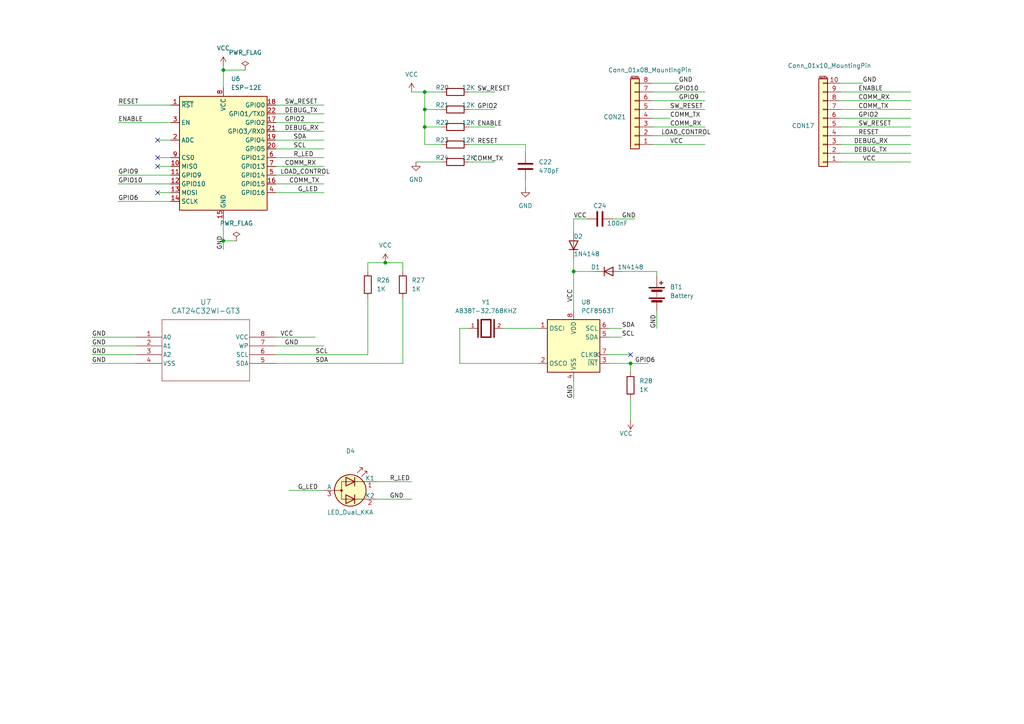
<source format=kicad_sch>
(kicad_sch
	(version 20231120)
	(generator "eeschema")
	(generator_version "8.0")
	(uuid "4e226124-4a09-48f6-9cc9-433c4b6ae998")
	(paper "A4")
	(lib_symbols
		(symbol "AB38T-32.768KHZ:AB38T-32.768KHZ"
			(pin_names
				(offset 1.016)
			)
			(exclude_from_sim no)
			(in_bom yes)
			(on_board yes)
			(property "Reference" "Y"
				(at -5.0878 3.8159 0)
				(effects
					(font
						(size 1.27 1.27)
					)
					(justify left bottom)
				)
			)
			(property "Value" "AB38T-32.768KHZ"
				(at -5.0944 -5.0944 0)
				(effects
					(font
						(size 1.27 1.27)
					)
					(justify left bottom)
				)
			)
			(property "Footprint" "AB38T-32.768KHZ:XTAL_AB38T-32.768KHZ"
				(at 0 0 0)
				(effects
					(font
						(size 1.27 1.27)
					)
					(justify bottom)
					(hide yes)
				)
			)
			(property "Datasheet" ""
				(at 0 0 0)
				(effects
					(font
						(size 1.27 1.27)
					)
					(hide yes)
				)
			)
			(property "Description" ""
				(at 0 0 0)
				(effects
					(font
						(size 1.27 1.27)
					)
					(hide yes)
				)
			)
			(property "MF" "Abracon"
				(at 0 0 0)
				(effects
					(font
						(size 1.27 1.27)
					)
					(justify bottom)
					(hide yes)
				)
			)
			(property "MAXIMUM_PACKAGE_HEIGHT" "3.2 mm"
				(at 0 0 0)
				(effects
					(font
						(size 1.27 1.27)
					)
					(justify bottom)
					(hide yes)
				)
			)
			(property "Package" "Cylindrical Can Radial  Abracon"
				(at 0 0 0)
				(effects
					(font
						(size 1.27 1.27)
					)
					(justify bottom)
					(hide yes)
				)
			)
			(property "Price" "None"
				(at 0 0 0)
				(effects
					(font
						(size 1.27 1.27)
					)
					(justify bottom)
					(hide yes)
				)
			)
			(property "Check_prices" "https://www.snapeda.com/parts/AB38T-32.768KHZ/Abracon+LLC/view-part/?ref=eda"
				(at 0 0 0)
				(effects
					(font
						(size 1.27 1.27)
					)
					(justify bottom)
					(hide yes)
				)
			)
			(property "STANDARD" "IPC-7351B"
				(at 0 0 0)
				(effects
					(font
						(size 1.27 1.27)
					)
					(justify bottom)
					(hide yes)
				)
			)
			(property "PARTREV" ""
				(at 0 0 0)
				(effects
					(font
						(size 1.27 1.27)
					)
					(justify bottom)
					(hide yes)
				)
			)
			(property "SnapEDA_Link" "https://www.snapeda.com/parts/AB38T-32.768KHZ/Abracon+LLC/view-part/?ref=snap"
				(at 0 0 0)
				(effects
					(font
						(size 1.27 1.27)
					)
					(justify bottom)
					(hide yes)
				)
			)
			(property "MP" "AB38T-32.768KHZ"
				(at 0 0 0)
				(effects
					(font
						(size 1.27 1.27)
					)
					(justify bottom)
					(hide yes)
				)
			)
			(property "Purchase-URL" "https://www.snapeda.com/api/url_track_click_mouser/?unipart_id=319378&manufacturer=Abracon&part_name=AB38T-32.768KHZ&search_term=ab38t"
				(at 0 0 0)
				(effects
					(font
						(size 1.27 1.27)
					)
					(justify bottom)
					(hide yes)
				)
			)
			(property "Description_1" "\nLOW FREQUENCY CYLINDRICAL WATCH CRYSTAL\n"
				(at 0 0 0)
				(effects
					(font
						(size 1.27 1.27)
					)
					(justify bottom)
					(hide yes)
				)
			)
			(property "MANUFACTURER" "Abracon"
				(at 0 0 0)
				(effects
					(font
						(size 1.27 1.27)
					)
					(justify bottom)
					(hide yes)
				)
			)
			(property "Availability" "In Stock"
				(at 0 0 0)
				(effects
					(font
						(size 1.27 1.27)
					)
					(justify bottom)
					(hide yes)
				)
			)
			(property "SNAPEDA_PN" "AB38T-32.768KHZ"
				(at 0 0 0)
				(effects
					(font
						(size 1.27 1.27)
					)
					(justify bottom)
					(hide yes)
				)
			)
			(symbol "AB38T-32.768KHZ_0_0"
				(polyline
					(pts
						(xy -2.3368 2.54) (xy -2.3368 -2.54)
					)
					(stroke
						(width 0.4064)
						(type default)
					)
					(fill
						(type none)
					)
				)
				(polyline
					(pts
						(xy -1.397 2.54) (xy -1.397 -2.54)
					)
					(stroke
						(width 0.4064)
						(type default)
					)
					(fill
						(type none)
					)
				)
				(polyline
					(pts
						(xy -1.397 2.54) (xy 1.397 2.54)
					)
					(stroke
						(width 0.4064)
						(type default)
					)
					(fill
						(type none)
					)
				)
				(polyline
					(pts
						(xy 1.397 -2.54) (xy -1.397 -2.54)
					)
					(stroke
						(width 0.4064)
						(type default)
					)
					(fill
						(type none)
					)
				)
				(polyline
					(pts
						(xy 1.397 2.54) (xy 1.397 -2.54)
					)
					(stroke
						(width 0.4064)
						(type default)
					)
					(fill
						(type none)
					)
				)
				(polyline
					(pts
						(xy 2.3368 2.54) (xy 2.3368 -2.54)
					)
					(stroke
						(width 0.4064)
						(type default)
					)
					(fill
						(type none)
					)
				)
				(pin passive line
					(at -5.08 0 0)
					(length 2.54)
					(name "~"
						(effects
							(font
								(size 1.016 1.016)
							)
						)
					)
					(number "1"
						(effects
							(font
								(size 1.016 1.016)
							)
						)
					)
				)
				(pin passive line
					(at 5.08 0 180)
					(length 2.54)
					(name "~"
						(effects
							(font
								(size 1.016 1.016)
							)
						)
					)
					(number "2"
						(effects
							(font
								(size 1.016 1.016)
							)
						)
					)
				)
			)
		)
		(symbol "AT24C32:CAT24C32WI-GT3"
			(pin_names
				(offset 0.254)
			)
			(exclude_from_sim no)
			(in_bom yes)
			(on_board yes)
			(property "Reference" "U"
				(at 20.32 10.16 0)
				(effects
					(font
						(size 1.524 1.524)
					)
				)
			)
			(property "Value" "CAT24C32WI-GT3"
				(at 20.32 7.62 0)
				(effects
					(font
						(size 1.524 1.524)
					)
				)
			)
			(property "Footprint" "SOIC8_ONS"
				(at 0 0 0)
				(effects
					(font
						(size 1.27 1.27)
						(italic yes)
					)
					(hide yes)
				)
			)
			(property "Datasheet" "CAT24C32WI-GT3"
				(at 0 0 0)
				(effects
					(font
						(size 1.27 1.27)
						(italic yes)
					)
					(hide yes)
				)
			)
			(property "Description" ""
				(at 0 0 0)
				(effects
					(font
						(size 1.27 1.27)
					)
					(hide yes)
				)
			)
			(property "ki_locked" ""
				(at 0 0 0)
				(effects
					(font
						(size 1.27 1.27)
					)
				)
			)
			(property "ki_keywords" "CAT24C32WI-GT3"
				(at 0 0 0)
				(effects
					(font
						(size 1.27 1.27)
					)
					(hide yes)
				)
			)
			(property "ki_fp_filters" "SOIC8_ONS SOIC8_ONS-M SOIC8_ONS-L"
				(at 0 0 0)
				(effects
					(font
						(size 1.27 1.27)
					)
					(hide yes)
				)
			)
			(symbol "CAT24C32WI-GT3_0_1"
				(polyline
					(pts
						(xy 7.62 -12.7) (xy 33.02 -12.7)
					)
					(stroke
						(width 0.127)
						(type default)
					)
					(fill
						(type none)
					)
				)
				(polyline
					(pts
						(xy 7.62 5.08) (xy 7.62 -12.7)
					)
					(stroke
						(width 0.127)
						(type default)
					)
					(fill
						(type none)
					)
				)
				(polyline
					(pts
						(xy 33.02 -12.7) (xy 33.02 5.08)
					)
					(stroke
						(width 0.127)
						(type default)
					)
					(fill
						(type none)
					)
				)
				(polyline
					(pts
						(xy 33.02 5.08) (xy 7.62 5.08)
					)
					(stroke
						(width 0.127)
						(type default)
					)
					(fill
						(type none)
					)
				)
				(pin unspecified line
					(at 0 0 0)
					(length 7.62)
					(name "A0"
						(effects
							(font
								(size 1.27 1.27)
							)
						)
					)
					(number "1"
						(effects
							(font
								(size 1.27 1.27)
							)
						)
					)
				)
				(pin unspecified line
					(at 0 -2.54 0)
					(length 7.62)
					(name "A1"
						(effects
							(font
								(size 1.27 1.27)
							)
						)
					)
					(number "2"
						(effects
							(font
								(size 1.27 1.27)
							)
						)
					)
				)
				(pin unspecified line
					(at 0 -5.08 0)
					(length 7.62)
					(name "A2"
						(effects
							(font
								(size 1.27 1.27)
							)
						)
					)
					(number "3"
						(effects
							(font
								(size 1.27 1.27)
							)
						)
					)
				)
				(pin power_in line
					(at 0 -7.62 0)
					(length 7.62)
					(name "VSS"
						(effects
							(font
								(size 1.27 1.27)
							)
						)
					)
					(number "4"
						(effects
							(font
								(size 1.27 1.27)
							)
						)
					)
				)
				(pin unspecified line
					(at 40.64 -7.62 180)
					(length 7.62)
					(name "SDA"
						(effects
							(font
								(size 1.27 1.27)
							)
						)
					)
					(number "5"
						(effects
							(font
								(size 1.27 1.27)
							)
						)
					)
				)
				(pin unspecified line
					(at 40.64 -5.08 180)
					(length 7.62)
					(name "SCL"
						(effects
							(font
								(size 1.27 1.27)
							)
						)
					)
					(number "6"
						(effects
							(font
								(size 1.27 1.27)
							)
						)
					)
				)
				(pin unspecified line
					(at 40.64 -2.54 180)
					(length 7.62)
					(name "WP"
						(effects
							(font
								(size 1.27 1.27)
							)
						)
					)
					(number "7"
						(effects
							(font
								(size 1.27 1.27)
							)
						)
					)
				)
				(pin power_in line
					(at 40.64 0 180)
					(length 7.62)
					(name "VCC"
						(effects
							(font
								(size 1.27 1.27)
							)
						)
					)
					(number "8"
						(effects
							(font
								(size 1.27 1.27)
							)
						)
					)
				)
			)
		)
		(symbol "Connector_Generic_MountingPin:Conn_01x08_MountingPin"
			(pin_names
				(offset 1.016) hide)
			(exclude_from_sim no)
			(in_bom yes)
			(on_board yes)
			(property "Reference" "J?"
				(at 2.54 -0.3555 0)
				(effects
					(font
						(size 1.27 1.27)
					)
					(justify left)
				)
			)
			(property "Value" "Conn_01x08_MountingPin"
				(at 2.54 -2.8955 0)
				(effects
					(font
						(size 1.27 1.27)
					)
					(justify left)
				)
			)
			(property "Footprint" ""
				(at 0 0 0)
				(effects
					(font
						(size 1.27 1.27)
					)
					(hide yes)
				)
			)
			(property "Datasheet" "~"
				(at 0 0 0)
				(effects
					(font
						(size 1.27 1.27)
					)
					(hide yes)
				)
			)
			(property "Description" "Generic connectable mounting pin connector, single row, 01x08, script generated (kicad-library-utils/schlib/autogen/connector/)"
				(at 0 0 0)
				(effects
					(font
						(size 1.27 1.27)
					)
					(hide yes)
				)
			)
			(property "ki_keywords" "connector"
				(at 0 0 0)
				(effects
					(font
						(size 1.27 1.27)
					)
					(hide yes)
				)
			)
			(property "ki_fp_filters" "Connector*:*_1x??-1MP*"
				(at 0 0 0)
				(effects
					(font
						(size 1.27 1.27)
					)
					(hide yes)
				)
			)
			(symbol "Conn_01x08_MountingPin_1_1"
				(rectangle
					(start -1.27 -10.033)
					(end 0 -10.287)
					(stroke
						(width 0.1524)
						(type default)
					)
					(fill
						(type none)
					)
				)
				(rectangle
					(start -1.27 -7.493)
					(end 0 -7.747)
					(stroke
						(width 0.1524)
						(type default)
					)
					(fill
						(type none)
					)
				)
				(rectangle
					(start -1.27 -4.953)
					(end 0 -5.207)
					(stroke
						(width 0.1524)
						(type default)
					)
					(fill
						(type none)
					)
				)
				(rectangle
					(start -1.27 -2.413)
					(end 0 -2.667)
					(stroke
						(width 0.1524)
						(type default)
					)
					(fill
						(type none)
					)
				)
				(rectangle
					(start -1.27 0.127)
					(end 0 -0.127)
					(stroke
						(width 0.1524)
						(type default)
					)
					(fill
						(type none)
					)
				)
				(rectangle
					(start -1.27 2.667)
					(end 0 2.413)
					(stroke
						(width 0.1524)
						(type default)
					)
					(fill
						(type none)
					)
				)
				(rectangle
					(start -1.27 5.207)
					(end 0 4.953)
					(stroke
						(width 0.1524)
						(type default)
					)
					(fill
						(type none)
					)
				)
				(rectangle
					(start -1.27 7.747)
					(end 0 7.493)
					(stroke
						(width 0.1524)
						(type default)
					)
					(fill
						(type none)
					)
				)
				(rectangle
					(start -1.27 8.89)
					(end 1.27 -11.43)
					(stroke
						(width 0.254)
						(type default)
					)
					(fill
						(type background)
					)
				)
				(polyline
					(pts
						(xy -1.016 -12.192) (xy 1.016 -12.192)
					)
					(stroke
						(width 0.1524)
						(type default)
					)
					(fill
						(type none)
					)
				)
				(text "Mounting"
					(at 0 -11.811 0)
					(effects
						(font
							(size 0.381 0.381)
						)
					)
				)
				(pin passive line
					(at -5.08 7.62 0)
					(length 3.81)
					(name "Pin_1"
						(effects
							(font
								(size 1.27 1.27)
							)
						)
					)
					(number "1"
						(effects
							(font
								(size 1.27 1.27)
							)
						)
					)
				)
				(pin passive line
					(at -5.08 5.08 0)
					(length 3.81)
					(name "Pin_2"
						(effects
							(font
								(size 1.27 1.27)
							)
						)
					)
					(number "2"
						(effects
							(font
								(size 1.27 1.27)
							)
						)
					)
				)
				(pin passive line
					(at -5.08 2.54 0)
					(length 3.81)
					(name "Pin_3"
						(effects
							(font
								(size 1.27 1.27)
							)
						)
					)
					(number "3"
						(effects
							(font
								(size 1.27 1.27)
							)
						)
					)
				)
				(pin passive line
					(at -5.08 0 0)
					(length 3.81)
					(name "Pin_4"
						(effects
							(font
								(size 1.27 1.27)
							)
						)
					)
					(number "4"
						(effects
							(font
								(size 1.27 1.27)
							)
						)
					)
				)
				(pin passive line
					(at -5.08 -2.54 0)
					(length 3.81)
					(name "Pin_5"
						(effects
							(font
								(size 1.27 1.27)
							)
						)
					)
					(number "5"
						(effects
							(font
								(size 1.27 1.27)
							)
						)
					)
				)
				(pin passive line
					(at -5.08 -5.08 0)
					(length 3.81)
					(name "Pin_6"
						(effects
							(font
								(size 1.27 1.27)
							)
						)
					)
					(number "6"
						(effects
							(font
								(size 1.27 1.27)
							)
						)
					)
				)
				(pin passive line
					(at -5.08 -7.62 0)
					(length 3.81)
					(name "Pin_7"
						(effects
							(font
								(size 1.27 1.27)
							)
						)
					)
					(number "7"
						(effects
							(font
								(size 1.27 1.27)
							)
						)
					)
				)
				(pin passive line
					(at -5.08 -10.16 0)
					(length 3.81)
					(name "Pin_8"
						(effects
							(font
								(size 1.27 1.27)
							)
						)
					)
					(number "8"
						(effects
							(font
								(size 1.27 1.27)
							)
						)
					)
				)
			)
		)
		(symbol "Connector_Generic_MountingPin:Conn_01x10_MountingPin"
			(pin_names
				(offset 1.016) hide)
			(exclude_from_sim no)
			(in_bom yes)
			(on_board yes)
			(property "Reference" "J?"
				(at 2.54 -0.3555 0)
				(effects
					(font
						(size 1.27 1.27)
					)
					(justify left)
				)
			)
			(property "Value" "Conn_01x10_MountingPin"
				(at 2.54 -2.8955 0)
				(effects
					(font
						(size 1.27 1.27)
					)
					(justify left)
				)
			)
			(property "Footprint" ""
				(at 0 0 0)
				(effects
					(font
						(size 1.27 1.27)
					)
					(hide yes)
				)
			)
			(property "Datasheet" "~"
				(at 0 0 0)
				(effects
					(font
						(size 1.27 1.27)
					)
					(hide yes)
				)
			)
			(property "Description" "Generic connectable mounting pin connector, single row, 01x10, script generated (kicad-library-utils/schlib/autogen/connector/)"
				(at 0 0 0)
				(effects
					(font
						(size 1.27 1.27)
					)
					(hide yes)
				)
			)
			(property "ki_keywords" "connector"
				(at 0 0 0)
				(effects
					(font
						(size 1.27 1.27)
					)
					(hide yes)
				)
			)
			(property "ki_fp_filters" "Connector*:*_1x??-1MP*"
				(at 0 0 0)
				(effects
					(font
						(size 1.27 1.27)
					)
					(hide yes)
				)
			)
			(symbol "Conn_01x10_MountingPin_1_1"
				(rectangle
					(start -1.27 -12.573)
					(end 0 -12.827)
					(stroke
						(width 0.1524)
						(type default)
					)
					(fill
						(type none)
					)
				)
				(rectangle
					(start -1.27 -10.033)
					(end 0 -10.287)
					(stroke
						(width 0.1524)
						(type default)
					)
					(fill
						(type none)
					)
				)
				(rectangle
					(start -1.27 -7.493)
					(end 0 -7.747)
					(stroke
						(width 0.1524)
						(type default)
					)
					(fill
						(type none)
					)
				)
				(rectangle
					(start -1.27 -4.953)
					(end 0 -5.207)
					(stroke
						(width 0.1524)
						(type default)
					)
					(fill
						(type none)
					)
				)
				(rectangle
					(start -1.27 -2.413)
					(end 0 -2.667)
					(stroke
						(width 0.1524)
						(type default)
					)
					(fill
						(type none)
					)
				)
				(rectangle
					(start -1.27 0.127)
					(end 0 -0.127)
					(stroke
						(width 0.1524)
						(type default)
					)
					(fill
						(type none)
					)
				)
				(rectangle
					(start -1.27 2.667)
					(end 0 2.413)
					(stroke
						(width 0.1524)
						(type default)
					)
					(fill
						(type none)
					)
				)
				(rectangle
					(start -1.27 5.207)
					(end 0 4.953)
					(stroke
						(width 0.1524)
						(type default)
					)
					(fill
						(type none)
					)
				)
				(rectangle
					(start -1.27 7.747)
					(end 0 7.493)
					(stroke
						(width 0.1524)
						(type default)
					)
					(fill
						(type none)
					)
				)
				(rectangle
					(start -1.27 10.287)
					(end 0 10.033)
					(stroke
						(width 0.1524)
						(type default)
					)
					(fill
						(type none)
					)
				)
				(rectangle
					(start -1.27 11.43)
					(end 1.27 -13.97)
					(stroke
						(width 0.254)
						(type default)
					)
					(fill
						(type background)
					)
				)
				(polyline
					(pts
						(xy -1.016 -14.732) (xy 1.016 -14.732)
					)
					(stroke
						(width 0.1524)
						(type default)
					)
					(fill
						(type none)
					)
				)
				(text "Mounting"
					(at 0 -14.351 0)
					(effects
						(font
							(size 0.381 0.381)
						)
					)
				)
				(pin passive line
					(at -5.08 10.16 0)
					(length 3.81)
					(name "Pin_1"
						(effects
							(font
								(size 1.27 1.27)
							)
						)
					)
					(number "1"
						(effects
							(font
								(size 1.27 1.27)
							)
						)
					)
				)
				(pin passive line
					(at -5.08 -12.7 0)
					(length 3.81)
					(name "Pin_10"
						(effects
							(font
								(size 1.27 1.27)
							)
						)
					)
					(number "10"
						(effects
							(font
								(size 1.27 1.27)
							)
						)
					)
				)
				(pin passive line
					(at -5.08 7.62 0)
					(length 3.81)
					(name "Pin_2"
						(effects
							(font
								(size 1.27 1.27)
							)
						)
					)
					(number "2"
						(effects
							(font
								(size 1.27 1.27)
							)
						)
					)
				)
				(pin passive line
					(at -5.08 5.08 0)
					(length 3.81)
					(name "Pin_3"
						(effects
							(font
								(size 1.27 1.27)
							)
						)
					)
					(number "3"
						(effects
							(font
								(size 1.27 1.27)
							)
						)
					)
				)
				(pin passive line
					(at -5.08 2.54 0)
					(length 3.81)
					(name "Pin_4"
						(effects
							(font
								(size 1.27 1.27)
							)
						)
					)
					(number "4"
						(effects
							(font
								(size 1.27 1.27)
							)
						)
					)
				)
				(pin passive line
					(at -5.08 0 0)
					(length 3.81)
					(name "Pin_5"
						(effects
							(font
								(size 1.27 1.27)
							)
						)
					)
					(number "5"
						(effects
							(font
								(size 1.27 1.27)
							)
						)
					)
				)
				(pin passive line
					(at -5.08 -2.54 0)
					(length 3.81)
					(name "Pin_6"
						(effects
							(font
								(size 1.27 1.27)
							)
						)
					)
					(number "6"
						(effects
							(font
								(size 1.27 1.27)
							)
						)
					)
				)
				(pin passive line
					(at -5.08 -5.08 0)
					(length 3.81)
					(name "Pin_7"
						(effects
							(font
								(size 1.27 1.27)
							)
						)
					)
					(number "7"
						(effects
							(font
								(size 1.27 1.27)
							)
						)
					)
				)
				(pin passive line
					(at -5.08 -7.62 0)
					(length 3.81)
					(name "Pin_8"
						(effects
							(font
								(size 1.27 1.27)
							)
						)
					)
					(number "8"
						(effects
							(font
								(size 1.27 1.27)
							)
						)
					)
				)
				(pin passive line
					(at -5.08 -10.16 0)
					(length 3.81)
					(name "Pin_9"
						(effects
							(font
								(size 1.27 1.27)
							)
						)
					)
					(number "9"
						(effects
							(font
								(size 1.27 1.27)
							)
						)
					)
				)
			)
		)
		(symbol "Device:Battery"
			(pin_numbers hide)
			(pin_names
				(offset 0) hide)
			(exclude_from_sim no)
			(in_bom yes)
			(on_board yes)
			(property "Reference" "BT"
				(at 2.54 2.54 0)
				(effects
					(font
						(size 1.27 1.27)
					)
					(justify left)
				)
			)
			(property "Value" "Battery"
				(at 2.54 0 0)
				(effects
					(font
						(size 1.27 1.27)
					)
					(justify left)
				)
			)
			(property "Footprint" ""
				(at 0 1.524 90)
				(effects
					(font
						(size 1.27 1.27)
					)
					(hide yes)
				)
			)
			(property "Datasheet" "~"
				(at 0 1.524 90)
				(effects
					(font
						(size 1.27 1.27)
					)
					(hide yes)
				)
			)
			(property "Description" "Multiple-cell battery"
				(at 0 0 0)
				(effects
					(font
						(size 1.27 1.27)
					)
					(hide yes)
				)
			)
			(property "ki_keywords" "batt voltage-source cell"
				(at 0 0 0)
				(effects
					(font
						(size 1.27 1.27)
					)
					(hide yes)
				)
			)
			(symbol "Battery_0_1"
				(rectangle
					(start -2.286 -1.27)
					(end 2.286 -1.524)
					(stroke
						(width 0)
						(type default)
					)
					(fill
						(type outline)
					)
				)
				(rectangle
					(start -2.286 1.778)
					(end 2.286 1.524)
					(stroke
						(width 0)
						(type default)
					)
					(fill
						(type outline)
					)
				)
				(rectangle
					(start -1.524 -2.032)
					(end 1.524 -2.54)
					(stroke
						(width 0)
						(type default)
					)
					(fill
						(type outline)
					)
				)
				(rectangle
					(start -1.524 1.016)
					(end 1.524 0.508)
					(stroke
						(width 0)
						(type default)
					)
					(fill
						(type outline)
					)
				)
				(polyline
					(pts
						(xy 0 -1.016) (xy 0 -0.762)
					)
					(stroke
						(width 0)
						(type default)
					)
					(fill
						(type none)
					)
				)
				(polyline
					(pts
						(xy 0 -0.508) (xy 0 -0.254)
					)
					(stroke
						(width 0)
						(type default)
					)
					(fill
						(type none)
					)
				)
				(polyline
					(pts
						(xy 0 0) (xy 0 0.254)
					)
					(stroke
						(width 0)
						(type default)
					)
					(fill
						(type none)
					)
				)
				(polyline
					(pts
						(xy 0 1.778) (xy 0 2.54)
					)
					(stroke
						(width 0)
						(type default)
					)
					(fill
						(type none)
					)
				)
				(polyline
					(pts
						(xy 0.762 3.048) (xy 1.778 3.048)
					)
					(stroke
						(width 0.254)
						(type default)
					)
					(fill
						(type none)
					)
				)
				(polyline
					(pts
						(xy 1.27 3.556) (xy 1.27 2.54)
					)
					(stroke
						(width 0.254)
						(type default)
					)
					(fill
						(type none)
					)
				)
			)
			(symbol "Battery_1_1"
				(pin passive line
					(at 0 5.08 270)
					(length 2.54)
					(name "+"
						(effects
							(font
								(size 1.27 1.27)
							)
						)
					)
					(number "1"
						(effects
							(font
								(size 1.27 1.27)
							)
						)
					)
				)
				(pin passive line
					(at 0 -5.08 90)
					(length 2.54)
					(name "-"
						(effects
							(font
								(size 1.27 1.27)
							)
						)
					)
					(number "2"
						(effects
							(font
								(size 1.27 1.27)
							)
						)
					)
				)
			)
		)
		(symbol "Device:C"
			(pin_numbers hide)
			(pin_names
				(offset 0.254)
			)
			(exclude_from_sim no)
			(in_bom yes)
			(on_board yes)
			(property "Reference" "C"
				(at 0.635 2.54 0)
				(effects
					(font
						(size 1.27 1.27)
					)
					(justify left)
				)
			)
			(property "Value" "C"
				(at 0.635 -2.54 0)
				(effects
					(font
						(size 1.27 1.27)
					)
					(justify left)
				)
			)
			(property "Footprint" ""
				(at 0.9652 -3.81 0)
				(effects
					(font
						(size 1.27 1.27)
					)
					(hide yes)
				)
			)
			(property "Datasheet" "~"
				(at 0 0 0)
				(effects
					(font
						(size 1.27 1.27)
					)
					(hide yes)
				)
			)
			(property "Description" "Unpolarized capacitor"
				(at 0 0 0)
				(effects
					(font
						(size 1.27 1.27)
					)
					(hide yes)
				)
			)
			(property "ki_keywords" "cap capacitor"
				(at 0 0 0)
				(effects
					(font
						(size 1.27 1.27)
					)
					(hide yes)
				)
			)
			(property "ki_fp_filters" "C_*"
				(at 0 0 0)
				(effects
					(font
						(size 1.27 1.27)
					)
					(hide yes)
				)
			)
			(symbol "C_0_1"
				(polyline
					(pts
						(xy -2.032 -0.762) (xy 2.032 -0.762)
					)
					(stroke
						(width 0.508)
						(type default)
					)
					(fill
						(type none)
					)
				)
				(polyline
					(pts
						(xy -2.032 0.762) (xy 2.032 0.762)
					)
					(stroke
						(width 0.508)
						(type default)
					)
					(fill
						(type none)
					)
				)
			)
			(symbol "C_1_1"
				(pin passive line
					(at 0 3.81 270)
					(length 2.794)
					(name "~"
						(effects
							(font
								(size 1.27 1.27)
							)
						)
					)
					(number "1"
						(effects
							(font
								(size 1.27 1.27)
							)
						)
					)
				)
				(pin passive line
					(at 0 -3.81 90)
					(length 2.794)
					(name "~"
						(effects
							(font
								(size 1.27 1.27)
							)
						)
					)
					(number "2"
						(effects
							(font
								(size 1.27 1.27)
							)
						)
					)
				)
			)
		)
		(symbol "Device:D"
			(pin_numbers hide)
			(pin_names
				(offset 1.016) hide)
			(exclude_from_sim no)
			(in_bom yes)
			(on_board yes)
			(property "Reference" "D"
				(at 0 2.54 0)
				(effects
					(font
						(size 1.27 1.27)
					)
				)
			)
			(property "Value" "D"
				(at 0 -2.54 0)
				(effects
					(font
						(size 1.27 1.27)
					)
				)
			)
			(property "Footprint" ""
				(at 0 0 0)
				(effects
					(font
						(size 1.27 1.27)
					)
					(hide yes)
				)
			)
			(property "Datasheet" "~"
				(at 0 0 0)
				(effects
					(font
						(size 1.27 1.27)
					)
					(hide yes)
				)
			)
			(property "Description" "Diode"
				(at 0 0 0)
				(effects
					(font
						(size 1.27 1.27)
					)
					(hide yes)
				)
			)
			(property "Sim.Device" "D"
				(at 0 0 0)
				(effects
					(font
						(size 1.27 1.27)
					)
					(hide yes)
				)
			)
			(property "Sim.Pins" "1=K 2=A"
				(at 0 0 0)
				(effects
					(font
						(size 1.27 1.27)
					)
					(hide yes)
				)
			)
			(property "ki_keywords" "diode"
				(at 0 0 0)
				(effects
					(font
						(size 1.27 1.27)
					)
					(hide yes)
				)
			)
			(property "ki_fp_filters" "TO-???* *_Diode_* *SingleDiode* D_*"
				(at 0 0 0)
				(effects
					(font
						(size 1.27 1.27)
					)
					(hide yes)
				)
			)
			(symbol "D_0_1"
				(polyline
					(pts
						(xy -1.27 1.27) (xy -1.27 -1.27)
					)
					(stroke
						(width 0.254)
						(type default)
					)
					(fill
						(type none)
					)
				)
				(polyline
					(pts
						(xy 1.27 0) (xy -1.27 0)
					)
					(stroke
						(width 0)
						(type default)
					)
					(fill
						(type none)
					)
				)
				(polyline
					(pts
						(xy 1.27 1.27) (xy 1.27 -1.27) (xy -1.27 0) (xy 1.27 1.27)
					)
					(stroke
						(width 0.254)
						(type default)
					)
					(fill
						(type none)
					)
				)
			)
			(symbol "D_1_1"
				(pin passive line
					(at -3.81 0 0)
					(length 2.54)
					(name "K"
						(effects
							(font
								(size 1.27 1.27)
							)
						)
					)
					(number "1"
						(effects
							(font
								(size 1.27 1.27)
							)
						)
					)
				)
				(pin passive line
					(at 3.81 0 180)
					(length 2.54)
					(name "A"
						(effects
							(font
								(size 1.27 1.27)
							)
						)
					)
					(number "2"
						(effects
							(font
								(size 1.27 1.27)
							)
						)
					)
				)
			)
		)
		(symbol "Device:LED_Dual_KKA"
			(pin_names
				(offset 0)
			)
			(exclude_from_sim no)
			(in_bom yes)
			(on_board yes)
			(property "Reference" "D"
				(at 0 5.715 0)
				(effects
					(font
						(size 1.27 1.27)
					)
				)
			)
			(property "Value" "LED_Dual_KKA"
				(at 0 -6.35 0)
				(effects
					(font
						(size 1.27 1.27)
					)
				)
			)
			(property "Footprint" ""
				(at 1.27 0 0)
				(effects
					(font
						(size 1.27 1.27)
					)
					(hide yes)
				)
			)
			(property "Datasheet" "~"
				(at 1.27 0 0)
				(effects
					(font
						(size 1.27 1.27)
					)
					(hide yes)
				)
			)
			(property "Description" "Dual LED, common anode on pin 3"
				(at 0 0 0)
				(effects
					(font
						(size 1.27 1.27)
					)
					(hide yes)
				)
			)
			(property "ki_keywords" "LED diode bicolor dual"
				(at 0 0 0)
				(effects
					(font
						(size 1.27 1.27)
					)
					(hide yes)
				)
			)
			(property "ki_fp_filters" "LED* LED_SMD:* LED_THT:*"
				(at 0 0 0)
				(effects
					(font
						(size 1.27 1.27)
					)
					(hide yes)
				)
			)
			(symbol "LED_Dual_KKA_0_1"
				(circle
					(center -2.54 0)
					(radius 0.2794)
					(stroke
						(width 0)
						(type default)
					)
					(fill
						(type outline)
					)
				)
				(polyline
					(pts
						(xy -4.572 0) (xy -2.54 0)
					)
					(stroke
						(width 0)
						(type default)
					)
					(fill
						(type none)
					)
				)
				(polyline
					(pts
						(xy 1.27 -1.27) (xy 1.27 -3.81)
					)
					(stroke
						(width 0.254)
						(type default)
					)
					(fill
						(type none)
					)
				)
				(polyline
					(pts
						(xy 1.27 3.81) (xy 1.27 1.27)
					)
					(stroke
						(width 0.254)
						(type default)
					)
					(fill
						(type none)
					)
				)
				(polyline
					(pts
						(xy 3.81 -2.54) (xy 1.905 -2.54)
					)
					(stroke
						(width 0)
						(type default)
					)
					(fill
						(type none)
					)
				)
				(polyline
					(pts
						(xy 3.81 2.54) (xy 1.905 2.54)
					)
					(stroke
						(width 0)
						(type default)
					)
					(fill
						(type none)
					)
				)
				(polyline
					(pts
						(xy -1.27 -1.27) (xy -1.27 -3.81) (xy 1.27 -2.54) (xy -1.27 -1.27)
					)
					(stroke
						(width 0.254)
						(type default)
					)
					(fill
						(type none)
					)
				)
				(polyline
					(pts
						(xy -1.27 3.81) (xy -1.27 1.27) (xy 1.27 2.54) (xy -1.27 3.81)
					)
					(stroke
						(width 0.254)
						(type default)
					)
					(fill
						(type none)
					)
				)
				(polyline
					(pts
						(xy 2.032 2.54) (xy -2.54 2.54) (xy -2.54 -2.54) (xy 2.032 -2.54)
					)
					(stroke
						(width 0)
						(type default)
					)
					(fill
						(type none)
					)
				)
				(polyline
					(pts
						(xy 2.032 5.08) (xy 3.556 6.604) (xy 2.794 6.604) (xy 3.556 6.604) (xy 3.556 5.842)
					)
					(stroke
						(width 0)
						(type default)
					)
					(fill
						(type none)
					)
				)
				(polyline
					(pts
						(xy 3.302 4.064) (xy 4.826 5.588) (xy 4.064 5.588) (xy 4.826 5.588) (xy 4.826 4.826)
					)
					(stroke
						(width 0)
						(type default)
					)
					(fill
						(type none)
					)
				)
				(circle
					(center 0 0)
					(radius 4.572)
					(stroke
						(width 0.254)
						(type default)
					)
					(fill
						(type background)
					)
				)
			)
			(symbol "LED_Dual_KKA_1_1"
				(pin input line
					(at 7.62 2.54 180)
					(length 3.81)
					(name "K1"
						(effects
							(font
								(size 1.27 1.27)
							)
						)
					)
					(number "1"
						(effects
							(font
								(size 1.27 1.27)
							)
						)
					)
				)
				(pin input line
					(at 7.62 -2.54 180)
					(length 3.81)
					(name "K2"
						(effects
							(font
								(size 1.27 1.27)
							)
						)
					)
					(number "2"
						(effects
							(font
								(size 1.27 1.27)
							)
						)
					)
				)
				(pin input line
					(at -7.62 0 0)
					(length 3.048)
					(name "A"
						(effects
							(font
								(size 1.27 1.27)
							)
						)
					)
					(number "3"
						(effects
							(font
								(size 1.27 1.27)
							)
						)
					)
				)
			)
		)
		(symbol "Device:R"
			(pin_numbers hide)
			(pin_names
				(offset 0)
			)
			(exclude_from_sim no)
			(in_bom yes)
			(on_board yes)
			(property "Reference" "R"
				(at 2.032 0 90)
				(effects
					(font
						(size 1.27 1.27)
					)
				)
			)
			(property "Value" "R"
				(at 0 0 90)
				(effects
					(font
						(size 1.27 1.27)
					)
				)
			)
			(property "Footprint" ""
				(at -1.778 0 90)
				(effects
					(font
						(size 1.27 1.27)
					)
					(hide yes)
				)
			)
			(property "Datasheet" "~"
				(at 0 0 0)
				(effects
					(font
						(size 1.27 1.27)
					)
					(hide yes)
				)
			)
			(property "Description" "Resistor"
				(at 0 0 0)
				(effects
					(font
						(size 1.27 1.27)
					)
					(hide yes)
				)
			)
			(property "ki_keywords" "R res resistor"
				(at 0 0 0)
				(effects
					(font
						(size 1.27 1.27)
					)
					(hide yes)
				)
			)
			(property "ki_fp_filters" "R_*"
				(at 0 0 0)
				(effects
					(font
						(size 1.27 1.27)
					)
					(hide yes)
				)
			)
			(symbol "R_0_1"
				(rectangle
					(start -1.016 -2.54)
					(end 1.016 2.54)
					(stroke
						(width 0.254)
						(type default)
					)
					(fill
						(type none)
					)
				)
			)
			(symbol "R_1_1"
				(pin passive line
					(at 0 3.81 270)
					(length 1.27)
					(name "~"
						(effects
							(font
								(size 1.27 1.27)
							)
						)
					)
					(number "1"
						(effects
							(font
								(size 1.27 1.27)
							)
						)
					)
				)
				(pin passive line
					(at 0 -3.81 90)
					(length 1.27)
					(name "~"
						(effects
							(font
								(size 1.27 1.27)
							)
						)
					)
					(number "2"
						(effects
							(font
								(size 1.27 1.27)
							)
						)
					)
				)
			)
		)
		(symbol "RF_Module:ESP-12E"
			(exclude_from_sim no)
			(in_bom yes)
			(on_board yes)
			(property "Reference" "U"
				(at -12.7 19.05 0)
				(effects
					(font
						(size 1.27 1.27)
					)
					(justify left)
				)
			)
			(property "Value" "ESP-12E"
				(at 12.7 19.05 0)
				(effects
					(font
						(size 1.27 1.27)
					)
					(justify right)
				)
			)
			(property "Footprint" "RF_Module:ESP-12E"
				(at 0 0 0)
				(effects
					(font
						(size 1.27 1.27)
					)
					(hide yes)
				)
			)
			(property "Datasheet" "http://wiki.ai-thinker.com/_media/esp8266/esp8266_series_modules_user_manual_v1.1.pdf"
				(at -8.89 2.54 0)
				(effects
					(font
						(size 1.27 1.27)
					)
					(hide yes)
				)
			)
			(property "Description" "802.11 b/g/n Wi-Fi Module"
				(at 0 0 0)
				(effects
					(font
						(size 1.27 1.27)
					)
					(hide yes)
				)
			)
			(property "ki_keywords" "802.11 Wi-Fi"
				(at 0 0 0)
				(effects
					(font
						(size 1.27 1.27)
					)
					(hide yes)
				)
			)
			(property "ki_fp_filters" "ESP?12*"
				(at 0 0 0)
				(effects
					(font
						(size 1.27 1.27)
					)
					(hide yes)
				)
			)
			(symbol "ESP-12E_0_1"
				(rectangle
					(start -12.7 17.78)
					(end 12.7 -15.24)
					(stroke
						(width 0.254)
						(type default)
					)
					(fill
						(type background)
					)
				)
			)
			(symbol "ESP-12E_1_1"
				(pin input line
					(at -15.24 15.24 0)
					(length 2.54)
					(name "~{RST}"
						(effects
							(font
								(size 1.27 1.27)
							)
						)
					)
					(number "1"
						(effects
							(font
								(size 1.27 1.27)
							)
						)
					)
				)
				(pin bidirectional line
					(at -15.24 -2.54 0)
					(length 2.54)
					(name "MISO"
						(effects
							(font
								(size 1.27 1.27)
							)
						)
					)
					(number "10"
						(effects
							(font
								(size 1.27 1.27)
							)
						)
					)
				)
				(pin bidirectional line
					(at -15.24 -5.08 0)
					(length 2.54)
					(name "GPIO9"
						(effects
							(font
								(size 1.27 1.27)
							)
						)
					)
					(number "11"
						(effects
							(font
								(size 1.27 1.27)
							)
						)
					)
				)
				(pin bidirectional line
					(at -15.24 -7.62 0)
					(length 2.54)
					(name "GPIO10"
						(effects
							(font
								(size 1.27 1.27)
							)
						)
					)
					(number "12"
						(effects
							(font
								(size 1.27 1.27)
							)
						)
					)
				)
				(pin bidirectional line
					(at -15.24 -10.16 0)
					(length 2.54)
					(name "MOSI"
						(effects
							(font
								(size 1.27 1.27)
							)
						)
					)
					(number "13"
						(effects
							(font
								(size 1.27 1.27)
							)
						)
					)
				)
				(pin bidirectional line
					(at -15.24 -12.7 0)
					(length 2.54)
					(name "SCLK"
						(effects
							(font
								(size 1.27 1.27)
							)
						)
					)
					(number "14"
						(effects
							(font
								(size 1.27 1.27)
							)
						)
					)
				)
				(pin power_in line
					(at 0 -17.78 90)
					(length 2.54)
					(name "GND"
						(effects
							(font
								(size 1.27 1.27)
							)
						)
					)
					(number "15"
						(effects
							(font
								(size 1.27 1.27)
							)
						)
					)
				)
				(pin bidirectional line
					(at 15.24 -7.62 180)
					(length 2.54)
					(name "GPIO15"
						(effects
							(font
								(size 1.27 1.27)
							)
						)
					)
					(number "16"
						(effects
							(font
								(size 1.27 1.27)
							)
						)
					)
				)
				(pin bidirectional line
					(at 15.24 10.16 180)
					(length 2.54)
					(name "GPIO2"
						(effects
							(font
								(size 1.27 1.27)
							)
						)
					)
					(number "17"
						(effects
							(font
								(size 1.27 1.27)
							)
						)
					)
				)
				(pin bidirectional line
					(at 15.24 15.24 180)
					(length 2.54)
					(name "GPIO0"
						(effects
							(font
								(size 1.27 1.27)
							)
						)
					)
					(number "18"
						(effects
							(font
								(size 1.27 1.27)
							)
						)
					)
				)
				(pin bidirectional line
					(at 15.24 5.08 180)
					(length 2.54)
					(name "GPIO4"
						(effects
							(font
								(size 1.27 1.27)
							)
						)
					)
					(number "19"
						(effects
							(font
								(size 1.27 1.27)
							)
						)
					)
				)
				(pin input line
					(at -15.24 5.08 0)
					(length 2.54)
					(name "ADC"
						(effects
							(font
								(size 1.27 1.27)
							)
						)
					)
					(number "2"
						(effects
							(font
								(size 1.27 1.27)
							)
						)
					)
				)
				(pin bidirectional line
					(at 15.24 2.54 180)
					(length 2.54)
					(name "GPIO5"
						(effects
							(font
								(size 1.27 1.27)
							)
						)
					)
					(number "20"
						(effects
							(font
								(size 1.27 1.27)
							)
						)
					)
				)
				(pin bidirectional line
					(at 15.24 7.62 180)
					(length 2.54)
					(name "GPIO3/RXD"
						(effects
							(font
								(size 1.27 1.27)
							)
						)
					)
					(number "21"
						(effects
							(font
								(size 1.27 1.27)
							)
						)
					)
				)
				(pin bidirectional line
					(at 15.24 12.7 180)
					(length 2.54)
					(name "GPIO1/TXD"
						(effects
							(font
								(size 1.27 1.27)
							)
						)
					)
					(number "22"
						(effects
							(font
								(size 1.27 1.27)
							)
						)
					)
				)
				(pin input line
					(at -15.24 10.16 0)
					(length 2.54)
					(name "EN"
						(effects
							(font
								(size 1.27 1.27)
							)
						)
					)
					(number "3"
						(effects
							(font
								(size 1.27 1.27)
							)
						)
					)
				)
				(pin bidirectional line
					(at 15.24 -10.16 180)
					(length 2.54)
					(name "GPIO16"
						(effects
							(font
								(size 1.27 1.27)
							)
						)
					)
					(number "4"
						(effects
							(font
								(size 1.27 1.27)
							)
						)
					)
				)
				(pin bidirectional line
					(at 15.24 -5.08 180)
					(length 2.54)
					(name "GPIO14"
						(effects
							(font
								(size 1.27 1.27)
							)
						)
					)
					(number "5"
						(effects
							(font
								(size 1.27 1.27)
							)
						)
					)
				)
				(pin bidirectional line
					(at 15.24 0 180)
					(length 2.54)
					(name "GPIO12"
						(effects
							(font
								(size 1.27 1.27)
							)
						)
					)
					(number "6"
						(effects
							(font
								(size 1.27 1.27)
							)
						)
					)
				)
				(pin bidirectional line
					(at 15.24 -2.54 180)
					(length 2.54)
					(name "GPIO13"
						(effects
							(font
								(size 1.27 1.27)
							)
						)
					)
					(number "7"
						(effects
							(font
								(size 1.27 1.27)
							)
						)
					)
				)
				(pin power_in line
					(at 0 20.32 270)
					(length 2.54)
					(name "VCC"
						(effects
							(font
								(size 1.27 1.27)
							)
						)
					)
					(number "8"
						(effects
							(font
								(size 1.27 1.27)
							)
						)
					)
				)
				(pin input line
					(at -15.24 0 0)
					(length 2.54)
					(name "CS0"
						(effects
							(font
								(size 1.27 1.27)
							)
						)
					)
					(number "9"
						(effects
							(font
								(size 1.27 1.27)
							)
						)
					)
				)
			)
		)
		(symbol "Timer_RTC:PCF8563T"
			(exclude_from_sim no)
			(in_bom yes)
			(on_board yes)
			(property "Reference" "U"
				(at -7.62 8.89 0)
				(effects
					(font
						(size 1.27 1.27)
					)
					(justify left)
				)
			)
			(property "Value" "PCF8563T"
				(at 2.54 8.89 0)
				(effects
					(font
						(size 1.27 1.27)
					)
					(justify left)
				)
			)
			(property "Footprint" "Package_SO:SOIC-8_3.9x4.9mm_P1.27mm"
				(at 0 0 0)
				(effects
					(font
						(size 1.27 1.27)
					)
					(hide yes)
				)
			)
			(property "Datasheet" "https://www.nxp.com/docs/en/data-sheet/PCF8563.pdf"
				(at 0 0 0)
				(effects
					(font
						(size 1.27 1.27)
					)
					(hide yes)
				)
			)
			(property "Description" "Realtime Clock/Calendar I2C Interface, SOIC-8"
				(at 0 0 0)
				(effects
					(font
						(size 1.27 1.27)
					)
					(hide yes)
				)
			)
			(property "ki_keywords" "I2C RTC Clock Calendar"
				(at 0 0 0)
				(effects
					(font
						(size 1.27 1.27)
					)
					(hide yes)
				)
			)
			(property "ki_fp_filters" "SOIC*3.9x4.9mm*P1.27mm*"
				(at 0 0 0)
				(effects
					(font
						(size 1.27 1.27)
					)
					(hide yes)
				)
			)
			(symbol "PCF8563T_0_1"
				(rectangle
					(start -7.62 7.62)
					(end 7.62 -7.62)
					(stroke
						(width 0.254)
						(type default)
					)
					(fill
						(type background)
					)
				)
			)
			(symbol "PCF8563T_1_1"
				(pin input line
					(at -10.16 5.08 0)
					(length 2.54)
					(name "OSCI"
						(effects
							(font
								(size 1.27 1.27)
							)
						)
					)
					(number "1"
						(effects
							(font
								(size 1.27 1.27)
							)
						)
					)
				)
				(pin output line
					(at -10.16 -5.08 0)
					(length 2.54)
					(name "OSCO"
						(effects
							(font
								(size 1.27 1.27)
							)
						)
					)
					(number "2"
						(effects
							(font
								(size 1.27 1.27)
							)
						)
					)
				)
				(pin output line
					(at 10.16 -5.08 180)
					(length 2.54)
					(name "~{INT}"
						(effects
							(font
								(size 1.27 1.27)
							)
						)
					)
					(number "3"
						(effects
							(font
								(size 1.27 1.27)
							)
						)
					)
				)
				(pin power_in line
					(at 0 -10.16 90)
					(length 2.54)
					(name "VSS"
						(effects
							(font
								(size 1.27 1.27)
							)
						)
					)
					(number "4"
						(effects
							(font
								(size 1.27 1.27)
							)
						)
					)
				)
				(pin bidirectional line
					(at 10.16 2.54 180)
					(length 2.54)
					(name "SDA"
						(effects
							(font
								(size 1.27 1.27)
							)
						)
					)
					(number "5"
						(effects
							(font
								(size 1.27 1.27)
							)
						)
					)
				)
				(pin input line
					(at 10.16 5.08 180)
					(length 2.54)
					(name "SCL"
						(effects
							(font
								(size 1.27 1.27)
							)
						)
					)
					(number "6"
						(effects
							(font
								(size 1.27 1.27)
							)
						)
					)
				)
				(pin output clock
					(at 10.16 -2.54 180)
					(length 2.54)
					(name "CLKO"
						(effects
							(font
								(size 1.27 1.27)
							)
						)
					)
					(number "7"
						(effects
							(font
								(size 1.27 1.27)
							)
						)
					)
				)
				(pin power_in line
					(at 0 10.16 270)
					(length 2.54)
					(name "VDD"
						(effects
							(font
								(size 1.27 1.27)
							)
						)
					)
					(number "8"
						(effects
							(font
								(size 1.27 1.27)
							)
						)
					)
				)
			)
		)
		(symbol "power:GND"
			(power)
			(pin_numbers hide)
			(pin_names
				(offset 0) hide)
			(exclude_from_sim no)
			(in_bom yes)
			(on_board yes)
			(property "Reference" "#PWR"
				(at 0 -6.35 0)
				(effects
					(font
						(size 1.27 1.27)
					)
					(hide yes)
				)
			)
			(property "Value" "GND"
				(at 0 -3.81 0)
				(effects
					(font
						(size 1.27 1.27)
					)
				)
			)
			(property "Footprint" ""
				(at 0 0 0)
				(effects
					(font
						(size 1.27 1.27)
					)
					(hide yes)
				)
			)
			(property "Datasheet" ""
				(at 0 0 0)
				(effects
					(font
						(size 1.27 1.27)
					)
					(hide yes)
				)
			)
			(property "Description" "Power symbol creates a global label with name \"GND\" , ground"
				(at 0 0 0)
				(effects
					(font
						(size 1.27 1.27)
					)
					(hide yes)
				)
			)
			(property "ki_keywords" "global power"
				(at 0 0 0)
				(effects
					(font
						(size 1.27 1.27)
					)
					(hide yes)
				)
			)
			(symbol "GND_0_1"
				(polyline
					(pts
						(xy 0 0) (xy 0 -1.27) (xy 1.27 -1.27) (xy 0 -2.54) (xy -1.27 -1.27) (xy 0 -1.27)
					)
					(stroke
						(width 0)
						(type default)
					)
					(fill
						(type none)
					)
				)
			)
			(symbol "GND_1_1"
				(pin power_in line
					(at 0 0 270)
					(length 0)
					(name "~"
						(effects
							(font
								(size 1.27 1.27)
							)
						)
					)
					(number "1"
						(effects
							(font
								(size 1.27 1.27)
							)
						)
					)
				)
			)
		)
		(symbol "power:PWR_FLAG"
			(power)
			(pin_numbers hide)
			(pin_names
				(offset 0) hide)
			(exclude_from_sim no)
			(in_bom yes)
			(on_board yes)
			(property "Reference" "#FLG"
				(at 0 1.905 0)
				(effects
					(font
						(size 1.27 1.27)
					)
					(hide yes)
				)
			)
			(property "Value" "PWR_FLAG"
				(at 0 3.81 0)
				(effects
					(font
						(size 1.27 1.27)
					)
				)
			)
			(property "Footprint" ""
				(at 0 0 0)
				(effects
					(font
						(size 1.27 1.27)
					)
					(hide yes)
				)
			)
			(property "Datasheet" "~"
				(at 0 0 0)
				(effects
					(font
						(size 1.27 1.27)
					)
					(hide yes)
				)
			)
			(property "Description" "Special symbol for telling ERC where power comes from"
				(at 0 0 0)
				(effects
					(font
						(size 1.27 1.27)
					)
					(hide yes)
				)
			)
			(property "ki_keywords" "flag power"
				(at 0 0 0)
				(effects
					(font
						(size 1.27 1.27)
					)
					(hide yes)
				)
			)
			(symbol "PWR_FLAG_0_0"
				(pin power_out line
					(at 0 0 90)
					(length 0)
					(name "~"
						(effects
							(font
								(size 1.27 1.27)
							)
						)
					)
					(number "1"
						(effects
							(font
								(size 1.27 1.27)
							)
						)
					)
				)
			)
			(symbol "PWR_FLAG_0_1"
				(polyline
					(pts
						(xy 0 0) (xy 0 1.27) (xy -1.016 1.905) (xy 0 2.54) (xy 1.016 1.905) (xy 0 1.27)
					)
					(stroke
						(width 0)
						(type default)
					)
					(fill
						(type none)
					)
				)
			)
		)
		(symbol "power:VCC"
			(power)
			(pin_numbers hide)
			(pin_names
				(offset 0) hide)
			(exclude_from_sim no)
			(in_bom yes)
			(on_board yes)
			(property "Reference" "#PWR"
				(at 0 -3.81 0)
				(effects
					(font
						(size 1.27 1.27)
					)
					(hide yes)
				)
			)
			(property "Value" "VCC"
				(at 0 3.556 0)
				(effects
					(font
						(size 1.27 1.27)
					)
				)
			)
			(property "Footprint" ""
				(at 0 0 0)
				(effects
					(font
						(size 1.27 1.27)
					)
					(hide yes)
				)
			)
			(property "Datasheet" ""
				(at 0 0 0)
				(effects
					(font
						(size 1.27 1.27)
					)
					(hide yes)
				)
			)
			(property "Description" "Power symbol creates a global label with name \"VCC\""
				(at 0 0 0)
				(effects
					(font
						(size 1.27 1.27)
					)
					(hide yes)
				)
			)
			(property "ki_keywords" "global power"
				(at 0 0 0)
				(effects
					(font
						(size 1.27 1.27)
					)
					(hide yes)
				)
			)
			(symbol "VCC_0_1"
				(polyline
					(pts
						(xy -0.762 1.27) (xy 0 2.54)
					)
					(stroke
						(width 0)
						(type default)
					)
					(fill
						(type none)
					)
				)
				(polyline
					(pts
						(xy 0 0) (xy 0 2.54)
					)
					(stroke
						(width 0)
						(type default)
					)
					(fill
						(type none)
					)
				)
				(polyline
					(pts
						(xy 0 2.54) (xy 0.762 1.27)
					)
					(stroke
						(width 0)
						(type default)
					)
					(fill
						(type none)
					)
				)
			)
			(symbol "VCC_1_1"
				(pin power_in line
					(at 0 0 90)
					(length 0)
					(name "~"
						(effects
							(font
								(size 1.27 1.27)
							)
						)
					)
					(number "1"
						(effects
							(font
								(size 1.27 1.27)
							)
						)
					)
				)
			)
		)
	)
	(junction
		(at 123.19 36.83)
		(diameter 0)
		(color 0 0 0 0)
		(uuid "16e8dc6b-7c39-4bfb-8054-754cc9b32b4b")
	)
	(junction
		(at 111.76 76.2)
		(diameter 0)
		(color 0 0 0 0)
		(uuid "194fbd8e-d3d4-46eb-b593-28de5e22d0f8")
	)
	(junction
		(at 64.77 20.32)
		(diameter 0)
		(color 0 0 0 0)
		(uuid "1e5a4fef-069a-485a-8f41-4501fcd3a22d")
	)
	(junction
		(at 123.19 26.67)
		(diameter 0)
		(color 0 0 0 0)
		(uuid "57c44bb2-d8d0-4546-9685-2d1f4c42b273")
	)
	(junction
		(at 182.88 105.41)
		(diameter 0)
		(color 0 0 0 0)
		(uuid "8e2f763c-2917-4823-872f-4915748ab80c")
	)
	(junction
		(at 166.37 78.74)
		(diameter 0)
		(color 0 0 0 0)
		(uuid "b7b2ed6f-a5d8-4b61-b70f-f15521b863ea")
	)
	(junction
		(at 64.77 69.85)
		(diameter 0)
		(color 0 0 0 0)
		(uuid "d4e36ba4-c242-4fd6-b68c-c2eaf5bf19be")
	)
	(junction
		(at 123.19 31.75)
		(diameter 0)
		(color 0 0 0 0)
		(uuid "d9ec4877-dc0a-42e5-b1ab-594378ee54fa")
	)
	(no_connect
		(at 182.88 102.87)
		(uuid "27eb9e1d-f50e-4d92-b0cb-4fcf029764d2")
	)
	(no_connect
		(at 45.72 48.26)
		(uuid "44f9493c-b511-4bcb-826e-95cc3ab88df2")
	)
	(no_connect
		(at 45.72 40.64)
		(uuid "5186f1e8-c6b4-4aec-b79b-bbf254bf0941")
	)
	(no_connect
		(at 45.72 45.72)
		(uuid "8bd254d2-33fd-4e3c-8ea1-d90d81fb6c9a")
	)
	(no_connect
		(at 45.72 55.88)
		(uuid "f95d5796-91fb-46a8-aaf3-d436558ea71c")
	)
	(wire
		(pts
			(xy 190.5 78.74) (xy 190.5 80.01)
		)
		(stroke
			(width 0)
			(type default)
		)
		(uuid "027c845b-b8b9-492f-bf9c-c9a4e11a0028")
	)
	(wire
		(pts
			(xy 166.37 110.49) (xy 166.37 115.57)
		)
		(stroke
			(width 0)
			(type default)
		)
		(uuid "03ceb7d2-f053-4f0c-86b8-ee46d30fc71e")
	)
	(wire
		(pts
			(xy 133.35 105.41) (xy 156.21 105.41)
		)
		(stroke
			(width 0)
			(type default)
		)
		(uuid "0634834a-4335-43be-bf3f-d8676edbdcc9")
	)
	(wire
		(pts
			(xy 123.19 26.67) (xy 128.27 26.67)
		)
		(stroke
			(width 0)
			(type default)
		)
		(uuid "07d78da9-a18b-4ced-85aa-41d7aba4e2b7")
	)
	(wire
		(pts
			(xy 26.67 100.33) (xy 39.37 100.33)
		)
		(stroke
			(width 0)
			(type default)
		)
		(uuid "083bd49c-9c84-4cf7-a3bc-7723e98fabc6")
	)
	(wire
		(pts
			(xy 133.35 95.25) (xy 133.35 105.41)
		)
		(stroke
			(width 0)
			(type default)
		)
		(uuid "08aeaec6-3ec1-4e82-b439-b908624f9e88")
	)
	(wire
		(pts
			(xy 243.84 39.37) (xy 264.16 39.37)
		)
		(stroke
			(width 0)
			(type default)
		)
		(uuid "09b81ead-8605-4aeb-98f4-931f7a4dc45a")
	)
	(wire
		(pts
			(xy 243.84 29.21) (xy 264.16 29.21)
		)
		(stroke
			(width 0)
			(type default)
		)
		(uuid "13f7a97b-536e-4893-b926-f5dcfcc4d7af")
	)
	(wire
		(pts
			(xy 243.84 24.13) (xy 250.19 24.13)
		)
		(stroke
			(width 0)
			(type default)
		)
		(uuid "143319b2-c05a-427a-a20a-7c83f6ea48a1")
	)
	(wire
		(pts
			(xy 80.01 105.41) (xy 116.84 105.41)
		)
		(stroke
			(width 0)
			(type default)
		)
		(uuid "19d9ea19-c0da-4dd4-9111-8e132417772f")
	)
	(wire
		(pts
			(xy 80.01 97.79) (xy 91.44 97.79)
		)
		(stroke
			(width 0)
			(type default)
		)
		(uuid "1a2e4e4b-a1c0-49f5-914d-7b49c81f9344")
	)
	(wire
		(pts
			(xy 34.29 35.56) (xy 49.53 35.56)
		)
		(stroke
			(width 0)
			(type default)
		)
		(uuid "1a99386b-ef24-4d98-9436-cdc8e1bbded4")
	)
	(wire
		(pts
			(xy 80.01 38.1) (xy 93.98 38.1)
		)
		(stroke
			(width 0)
			(type default)
		)
		(uuid "1aa0f41d-c936-4ac8-b10f-76e6991d0b94")
	)
	(wire
		(pts
			(xy 80.01 100.33) (xy 93.98 100.33)
		)
		(stroke
			(width 0)
			(type default)
		)
		(uuid "1c5c66ff-7266-4fe3-9527-4e65e1f36d1f")
	)
	(wire
		(pts
			(xy 243.84 41.91) (xy 264.16 41.91)
		)
		(stroke
			(width 0)
			(type default)
		)
		(uuid "23db3916-9dd6-4c35-969c-5fa9c6756b02")
	)
	(wire
		(pts
			(xy 189.23 39.37) (xy 204.47 39.37)
		)
		(stroke
			(width 0)
			(type default)
		)
		(uuid "26802cf6-ad07-4431-a707-89e778db5d4f")
	)
	(wire
		(pts
			(xy 80.01 50.8) (xy 93.98 50.8)
		)
		(stroke
			(width 0)
			(type default)
		)
		(uuid "28f0d970-cf86-483c-87e8-06a886392951")
	)
	(wire
		(pts
			(xy 189.23 34.29) (xy 194.31 34.29)
		)
		(stroke
			(width 0)
			(type default)
		)
		(uuid "2ddf15ee-cca2-42ab-a8c3-c7894f2f895e")
	)
	(wire
		(pts
			(xy 135.89 41.91) (xy 152.4 41.91)
		)
		(stroke
			(width 0)
			(type default)
		)
		(uuid "3586ff01-80b9-4d5b-9422-ea80bf332580")
	)
	(wire
		(pts
			(xy 45.72 48.26) (xy 49.53 48.26)
		)
		(stroke
			(width 0)
			(type default)
		)
		(uuid "35926628-70ea-404c-8ad4-d826bd410c76")
	)
	(wire
		(pts
			(xy 26.67 105.41) (xy 39.37 105.41)
		)
		(stroke
			(width 0)
			(type default)
		)
		(uuid "3695d7ec-3d7f-4a21-9bfb-b23cfff583d6")
	)
	(wire
		(pts
			(xy 146.05 95.25) (xy 156.21 95.25)
		)
		(stroke
			(width 0)
			(type default)
		)
		(uuid "36d7bd1a-18e1-4f9f-ad18-10708aeaf9f3")
	)
	(wire
		(pts
			(xy 83.82 142.24) (xy 93.98 142.24)
		)
		(stroke
			(width 0)
			(type default)
		)
		(uuid "3704c7a3-3e94-4bcb-ab23-7e0c995360ea")
	)
	(wire
		(pts
			(xy 243.84 36.83) (xy 264.16 36.83)
		)
		(stroke
			(width 0)
			(type default)
		)
		(uuid "3d6d5370-93dc-4e50-b8a9-20f8ed626bdb")
	)
	(wire
		(pts
			(xy 80.01 45.72) (xy 93.98 45.72)
		)
		(stroke
			(width 0)
			(type default)
		)
		(uuid "3e5fb6bd-fda3-4cb3-9ccb-9d5349093a83")
	)
	(wire
		(pts
			(xy 243.84 31.75) (xy 264.16 31.75)
		)
		(stroke
			(width 0)
			(type default)
		)
		(uuid "4fa6b520-9929-4cbc-8b13-7bba04418be1")
	)
	(wire
		(pts
			(xy 26.67 102.87) (xy 39.37 102.87)
		)
		(stroke
			(width 0)
			(type default)
		)
		(uuid "533a43bb-c003-436f-96be-9eddcf02fb42")
	)
	(wire
		(pts
			(xy 80.01 48.26) (xy 93.98 48.26)
		)
		(stroke
			(width 0)
			(type default)
		)
		(uuid "541b9918-8d6c-489b-b815-e98e90dd5cb8")
	)
	(wire
		(pts
			(xy 64.77 69.85) (xy 68.58 69.85)
		)
		(stroke
			(width 0)
			(type default)
		)
		(uuid "5677a9a3-00f1-42fd-b119-b505411441bc")
	)
	(wire
		(pts
			(xy 116.84 76.2) (xy 116.84 78.74)
		)
		(stroke
			(width 0)
			(type default)
		)
		(uuid "59e8ea18-b5db-45a4-93ab-469cae28446e")
	)
	(wire
		(pts
			(xy 45.72 40.64) (xy 49.53 40.64)
		)
		(stroke
			(width 0)
			(type default)
		)
		(uuid "5ae35ff9-fda3-4948-b688-bbe93e7bcd93")
	)
	(wire
		(pts
			(xy 189.23 31.75) (xy 204.47 31.75)
		)
		(stroke
			(width 0)
			(type default)
		)
		(uuid "64a223ea-745c-4f70-9e62-aac8d5f387c9")
	)
	(wire
		(pts
			(xy 135.89 95.25) (xy 133.35 95.25)
		)
		(stroke
			(width 0)
			(type default)
		)
		(uuid "6607c688-1e78-4999-ac8a-c152b1903917")
	)
	(wire
		(pts
			(xy 166.37 78.74) (xy 166.37 90.17)
		)
		(stroke
			(width 0)
			(type default)
		)
		(uuid "685772bb-2f60-4dc3-916e-68aa008f63f7")
	)
	(wire
		(pts
			(xy 120.65 46.99) (xy 128.27 46.99)
		)
		(stroke
			(width 0)
			(type default)
		)
		(uuid "690fce2a-ba51-4722-a82c-a716c60e0c79")
	)
	(wire
		(pts
			(xy 180.34 78.74) (xy 190.5 78.74)
		)
		(stroke
			(width 0)
			(type default)
		)
		(uuid "69df8c2b-5940-40da-9f27-faf1f96818c8")
	)
	(wire
		(pts
			(xy 189.23 41.91) (xy 204.47 41.91)
		)
		(stroke
			(width 0)
			(type default)
		)
		(uuid "69e8d24a-168f-48ed-88ec-acac9cf335d4")
	)
	(wire
		(pts
			(xy 243.84 34.29) (xy 264.16 34.29)
		)
		(stroke
			(width 0)
			(type default)
		)
		(uuid "6a9451e1-c5f3-4e53-967c-0529ca81ab85")
	)
	(wire
		(pts
			(xy 80.01 30.48) (xy 93.98 30.48)
		)
		(stroke
			(width 0)
			(type default)
		)
		(uuid "6e5b1206-7c4d-4d92-842f-da5e0aef6ef3")
	)
	(wire
		(pts
			(xy 189.23 24.13) (xy 196.85 24.13)
		)
		(stroke
			(width 0)
			(type default)
		)
		(uuid "7061fcb1-803d-490f-a4a5-396c3df57dac")
	)
	(wire
		(pts
			(xy 111.76 76.2) (xy 116.84 76.2)
		)
		(stroke
			(width 0)
			(type default)
		)
		(uuid "71fed4f4-6605-42cc-82ca-ec79ed8d13a9")
	)
	(wire
		(pts
			(xy 152.4 41.91) (xy 152.4 44.45)
		)
		(stroke
			(width 0)
			(type default)
		)
		(uuid "73d725e8-2c93-43ba-b761-55d82d0b0cfd")
	)
	(wire
		(pts
			(xy 34.29 50.8) (xy 49.53 50.8)
		)
		(stroke
			(width 0)
			(type default)
		)
		(uuid "764bf985-dd2a-40f1-b257-f4b761f32f2a")
	)
	(wire
		(pts
			(xy 106.68 78.74) (xy 106.68 76.2)
		)
		(stroke
			(width 0)
			(type default)
		)
		(uuid "77ac6522-af63-497a-bb68-45c10045e1c8")
	)
	(wire
		(pts
			(xy 80.01 55.88) (xy 93.98 55.88)
		)
		(stroke
			(width 0)
			(type default)
		)
		(uuid "7cb6a3db-138a-4b44-8735-9c6eefa41718")
	)
	(wire
		(pts
			(xy 189.23 26.67) (xy 204.47 26.67)
		)
		(stroke
			(width 0)
			(type default)
		)
		(uuid "7ef61430-70b6-49af-afbd-adc503a74d86")
	)
	(wire
		(pts
			(xy 135.89 46.99) (xy 143.51 46.99)
		)
		(stroke
			(width 0)
			(type default)
		)
		(uuid "7f9e247b-cab5-4918-8796-1fdcba6cca4e")
	)
	(wire
		(pts
			(xy 166.37 63.5) (xy 166.37 67.31)
		)
		(stroke
			(width 0)
			(type default)
		)
		(uuid "7fc7ae73-9633-4ca0-8ae6-e77d27755b4e")
	)
	(wire
		(pts
			(xy 189.23 29.21) (xy 204.47 29.21)
		)
		(stroke
			(width 0)
			(type default)
		)
		(uuid "826a0bc7-c3f6-4595-8083-f18797d24e3b")
	)
	(wire
		(pts
			(xy 128.27 36.83) (xy 123.19 36.83)
		)
		(stroke
			(width 0)
			(type default)
		)
		(uuid "829d6c84-ccdf-4ce9-a5f8-87917a4254b1")
	)
	(wire
		(pts
			(xy 189.23 36.83) (xy 204.47 36.83)
		)
		(stroke
			(width 0)
			(type default)
		)
		(uuid "86714675-9b0c-4e73-bdba-b15ea160be96")
	)
	(wire
		(pts
			(xy 106.68 102.87) (xy 106.68 86.36)
		)
		(stroke
			(width 0)
			(type default)
		)
		(uuid "87343b52-8034-4113-88ef-b0385baf989b")
	)
	(wire
		(pts
			(xy 166.37 78.74) (xy 172.72 78.74)
		)
		(stroke
			(width 0)
			(type default)
		)
		(uuid "880ec760-e82c-46e9-b38d-313bca921234")
	)
	(wire
		(pts
			(xy 109.22 144.78) (xy 119.38 144.78)
		)
		(stroke
			(width 0)
			(type default)
		)
		(uuid "882a4ee9-deaf-4362-962a-c9ff1f769691")
	)
	(wire
		(pts
			(xy 34.29 58.42) (xy 49.53 58.42)
		)
		(stroke
			(width 0)
			(type default)
		)
		(uuid "882ea631-d5d0-4b6d-98d0-7c5e64b69d47")
	)
	(wire
		(pts
			(xy 177.8 63.5) (xy 184.15 63.5)
		)
		(stroke
			(width 0)
			(type default)
		)
		(uuid "8a2f9c29-315f-4681-9089-f03bca047a25")
	)
	(wire
		(pts
			(xy 116.84 86.36) (xy 116.84 105.41)
		)
		(stroke
			(width 0)
			(type default)
		)
		(uuid "8d441f37-1a2d-402f-b6d6-04c2129568b7")
	)
	(wire
		(pts
			(xy 128.27 41.91) (xy 123.19 41.91)
		)
		(stroke
			(width 0)
			(type default)
		)
		(uuid "8ed0a177-b6d4-4eb2-8225-720709956988")
	)
	(wire
		(pts
			(xy 182.88 115.57) (xy 182.88 121.92)
		)
		(stroke
			(width 0)
			(type default)
		)
		(uuid "8f741e3c-0bab-4d04-a6f3-13f5457c0701")
	)
	(wire
		(pts
			(xy 135.89 26.67) (xy 143.51 26.67)
		)
		(stroke
			(width 0)
			(type default)
		)
		(uuid "9f2d1ece-8145-4c5a-b47c-c68d74d5ae83")
	)
	(wire
		(pts
			(xy 80.01 53.34) (xy 93.98 53.34)
		)
		(stroke
			(width 0)
			(type default)
		)
		(uuid "9f8f7988-73f1-497e-94b7-ec9aef7f74c4")
	)
	(wire
		(pts
			(xy 123.19 41.91) (xy 123.19 36.83)
		)
		(stroke
			(width 0)
			(type default)
		)
		(uuid "a2c82cd0-a130-4454-b644-317f3ea2b866")
	)
	(wire
		(pts
			(xy 64.77 19.05) (xy 64.77 20.32)
		)
		(stroke
			(width 0)
			(type default)
		)
		(uuid "a3b49164-7ffe-4f24-b5ad-22da6c356cc0")
	)
	(wire
		(pts
			(xy 135.89 36.83) (xy 143.51 36.83)
		)
		(stroke
			(width 0)
			(type default)
		)
		(uuid "a70df80d-2371-4e78-bc13-cd072ffbf623")
	)
	(wire
		(pts
			(xy 106.68 76.2) (xy 111.76 76.2)
		)
		(stroke
			(width 0)
			(type default)
		)
		(uuid "a7a752fb-55fd-4b86-828b-abb72f652cfd")
	)
	(wire
		(pts
			(xy 123.19 36.83) (xy 123.19 31.75)
		)
		(stroke
			(width 0)
			(type default)
		)
		(uuid "a8115913-4c02-4f64-b71b-7ece51559e40")
	)
	(wire
		(pts
			(xy 166.37 74.93) (xy 166.37 78.74)
		)
		(stroke
			(width 0)
			(type default)
		)
		(uuid "aac84c67-a773-40f2-b9a8-e46cdaf88cb2")
	)
	(wire
		(pts
			(xy 26.67 97.79) (xy 39.37 97.79)
		)
		(stroke
			(width 0)
			(type default)
		)
		(uuid "ab5faf4f-9a14-49db-9568-cb7124995d87")
	)
	(wire
		(pts
			(xy 80.01 35.56) (xy 93.98 35.56)
		)
		(stroke
			(width 0)
			(type default)
		)
		(uuid "ac07063d-c7eb-4f52-8717-0431b6b369b4")
	)
	(wire
		(pts
			(xy 243.84 44.45) (xy 264.16 44.45)
		)
		(stroke
			(width 0)
			(type default)
		)
		(uuid "ae6db461-3a94-47ca-a0f2-f153b5f57df0")
	)
	(wire
		(pts
			(xy 45.72 55.88) (xy 49.53 55.88)
		)
		(stroke
			(width 0)
			(type default)
		)
		(uuid "b27a2fcd-043d-476b-b512-99b6fea019e0")
	)
	(wire
		(pts
			(xy 34.29 53.34) (xy 49.53 53.34)
		)
		(stroke
			(width 0)
			(type default)
		)
		(uuid "b2813e5a-a00b-4782-b4be-aa51e89cbfd9")
	)
	(wire
		(pts
			(xy 176.53 95.25) (xy 180.34 95.25)
		)
		(stroke
			(width 0)
			(type default)
		)
		(uuid "b293ed7a-8685-4a8d-9b56-d5d228f8d420")
	)
	(wire
		(pts
			(xy 176.53 105.41) (xy 182.88 105.41)
		)
		(stroke
			(width 0)
			(type default)
		)
		(uuid "b50c92a8-eb25-4a1b-b893-3a6273fc5516")
	)
	(wire
		(pts
			(xy 64.77 20.32) (xy 71.12 20.32)
		)
		(stroke
			(width 0)
			(type default)
		)
		(uuid "b8283ca6-6935-49b4-9872-3780c9284dea")
	)
	(wire
		(pts
			(xy 80.01 33.02) (xy 93.98 33.02)
		)
		(stroke
			(width 0)
			(type default)
		)
		(uuid "bc0f59a0-35fc-4b72-8775-5e8c684ab7d9")
	)
	(wire
		(pts
			(xy 190.5 90.17) (xy 190.5 95.25)
		)
		(stroke
			(width 0)
			(type default)
		)
		(uuid "c19604f4-9d4e-4907-a24a-3fb1ee1f8b7d")
	)
	(wire
		(pts
			(xy 243.84 46.99) (xy 264.16 46.99)
		)
		(stroke
			(width 0)
			(type default)
		)
		(uuid "c403b969-5a2c-4f34-a258-08493ea6712b")
	)
	(wire
		(pts
			(xy 243.84 26.67) (xy 264.16 26.67)
		)
		(stroke
			(width 0)
			(type default)
		)
		(uuid "c5dea204-c5df-4d8b-bc8c-e9581101e935")
	)
	(wire
		(pts
			(xy 176.53 102.87) (xy 182.88 102.87)
		)
		(stroke
			(width 0)
			(type default)
		)
		(uuid "d080d885-a8b7-40d7-98a0-45fe4cde9808")
	)
	(wire
		(pts
			(xy 80.01 43.18) (xy 93.98 43.18)
		)
		(stroke
			(width 0)
			(type default)
		)
		(uuid "d71cbfe6-18c4-42c3-aada-fd9096f5f4b6")
	)
	(wire
		(pts
			(xy 109.22 139.7) (xy 119.38 139.7)
		)
		(stroke
			(width 0)
			(type default)
		)
		(uuid "d759a079-032d-49be-a395-9cbfc9e49f52")
	)
	(wire
		(pts
			(xy 64.77 69.85) (xy 64.77 72.39)
		)
		(stroke
			(width 0)
			(type default)
		)
		(uuid "db194f69-642a-40a4-9bb8-21412e5ff006")
	)
	(wire
		(pts
			(xy 123.19 31.75) (xy 123.19 26.67)
		)
		(stroke
			(width 0)
			(type default)
		)
		(uuid "dd7c9c0f-e574-4e07-8f37-2fe0042b1bf5")
	)
	(wire
		(pts
			(xy 80.01 40.64) (xy 93.98 40.64)
		)
		(stroke
			(width 0)
			(type default)
		)
		(uuid "dfa0bad4-c9b8-4e89-b57c-cdf071eb0ae4")
	)
	(wire
		(pts
			(xy 64.77 20.32) (xy 64.77 25.4)
		)
		(stroke
			(width 0)
			(type default)
		)
		(uuid "e16910a7-4748-4f6e-9bfc-e9b847b1cf4b")
	)
	(wire
		(pts
			(xy 182.88 105.41) (xy 182.88 107.95)
		)
		(stroke
			(width 0)
			(type default)
		)
		(uuid "e3c82695-a495-4abd-a420-c7b65cefb97d")
	)
	(wire
		(pts
			(xy 152.4 52.07) (xy 152.4 54.61)
		)
		(stroke
			(width 0)
			(type default)
		)
		(uuid "e5bed434-7518-44b0-a2e6-e058fe67eccc")
	)
	(wire
		(pts
			(xy 45.72 45.72) (xy 49.53 45.72)
		)
		(stroke
			(width 0)
			(type default)
		)
		(uuid "e9a157bb-1e07-4599-bc39-068fe534ab0c")
	)
	(wire
		(pts
			(xy 64.77 63.5) (xy 64.77 69.85)
		)
		(stroke
			(width 0)
			(type default)
		)
		(uuid "ec478340-6b62-4705-be6e-94cd634f424a")
	)
	(wire
		(pts
			(xy 166.37 63.5) (xy 170.18 63.5)
		)
		(stroke
			(width 0)
			(type default)
		)
		(uuid "edb7f883-a03d-467d-9a96-e8c17b567ae0")
	)
	(wire
		(pts
			(xy 135.89 31.75) (xy 143.51 31.75)
		)
		(stroke
			(width 0)
			(type default)
		)
		(uuid "ee2ef45f-7281-4179-ae24-056dbfa044d5")
	)
	(wire
		(pts
			(xy 128.27 31.75) (xy 123.19 31.75)
		)
		(stroke
			(width 0)
			(type default)
		)
		(uuid "ef5d70b8-c47c-4ad8-9d73-4f6ed8e578aa")
	)
	(wire
		(pts
			(xy 34.29 30.48) (xy 49.53 30.48)
		)
		(stroke
			(width 0)
			(type default)
		)
		(uuid "f44fcd99-51bc-4e88-bc4d-5371f206bdeb")
	)
	(wire
		(pts
			(xy 176.53 97.79) (xy 180.34 97.79)
		)
		(stroke
			(width 0)
			(type default)
		)
		(uuid "f60c4e07-98e1-4b65-a913-6a8330f65c8a")
	)
	(wire
		(pts
			(xy 80.01 102.87) (xy 106.68 102.87)
		)
		(stroke
			(width 0)
			(type default)
		)
		(uuid "f89e5e51-be0c-4ebe-8834-5a3318e6be63")
	)
	(wire
		(pts
			(xy 119.38 26.67) (xy 123.19 26.67)
		)
		(stroke
			(width 0)
			(type default)
		)
		(uuid "fc339e86-6d2c-4444-b586-4b9eec430b25")
	)
	(wire
		(pts
			(xy 182.88 105.41) (xy 187.96 105.41)
		)
		(stroke
			(width 0)
			(type default)
		)
		(uuid "ffb16d3e-38fd-4df0-94bc-d2a3aa451272")
	)
	(label "GPIO2"
		(at 248.92 34.29 0)
		(fields_autoplaced yes)
		(effects
			(font
				(size 1.27 1.27)
			)
			(justify left bottom)
		)
		(uuid "00969ef4-5668-46ce-a4ea-1c636a57efd3")
	)
	(label "GPIO6"
		(at 34.29 58.42 0)
		(fields_autoplaced yes)
		(effects
			(font
				(size 1.27 1.27)
			)
			(justify left bottom)
		)
		(uuid "1055cd2b-a578-455c-8463-2d007239e467")
	)
	(label "RESET"
		(at 34.29 30.48 0)
		(fields_autoplaced yes)
		(effects
			(font
				(size 1.27 1.27)
			)
			(justify left bottom)
		)
		(uuid "10cc761c-3202-4d4c-8da7-cf767d43f220")
	)
	(label "SCL"
		(at 85.09 43.18 0)
		(fields_autoplaced yes)
		(effects
			(font
				(size 1.27 1.27)
			)
			(justify left bottom)
		)
		(uuid "11a2049c-177d-4a71-85f4-0e8e9136a28a")
	)
	(label "VCC"
		(at 250.19 46.99 0)
		(fields_autoplaced yes)
		(effects
			(font
				(size 1.27 1.27)
			)
			(justify left bottom)
		)
		(uuid "197751a8-db6c-4993-adc5-375a4a1fd7c5")
	)
	(label "GND"
		(at 82.55 100.33 0)
		(fields_autoplaced yes)
		(effects
			(font
				(size 1.27 1.27)
			)
			(justify left bottom)
		)
		(uuid "1b9e5329-795c-4375-b8db-ae5d37d059da")
	)
	(label "COMM_TX"
		(at 137.16 46.99 0)
		(fields_autoplaced yes)
		(effects
			(font
				(size 1.27 1.27)
			)
			(justify left bottom)
		)
		(uuid "1e0e4491-3512-49c5-a555-20933805bf1e")
	)
	(label "SDA"
		(at 85.09 40.64 0)
		(fields_autoplaced yes)
		(effects
			(font
				(size 1.27 1.27)
			)
			(justify left bottom)
		)
		(uuid "1ea47eeb-ae24-4a62-8cb5-ba09db94ddd0")
	)
	(label "G_LED"
		(at 86.36 55.88 0)
		(fields_autoplaced yes)
		(effects
			(font
				(size 1.27 1.27)
			)
			(justify left bottom)
		)
		(uuid "2681b188-8d5d-4625-a8e2-cbbbf4febeac")
	)
	(label "GND"
		(at 26.67 105.41 0)
		(fields_autoplaced yes)
		(effects
			(font
				(size 1.27 1.27)
			)
			(justify left bottom)
		)
		(uuid "29dd89d2-d7c8-41be-905c-91047b284fb3")
	)
	(label "GND"
		(at 26.67 102.87 0)
		(fields_autoplaced yes)
		(effects
			(font
				(size 1.27 1.27)
			)
			(justify left bottom)
		)
		(uuid "32cbca15-4560-4f9b-bee3-10ae5eba6a0c")
	)
	(label "SW_RESET"
		(at 194.31 31.75 0)
		(fields_autoplaced yes)
		(effects
			(font
				(size 1.27 1.27)
			)
			(justify left bottom)
		)
		(uuid "3317b1d1-d672-48f7-93a4-5e87de77aa94")
	)
	(label "SW_RESET"
		(at 248.92 36.83 0)
		(fields_autoplaced yes)
		(effects
			(font
				(size 1.27 1.27)
			)
			(justify left bottom)
		)
		(uuid "34359c44-19b2-42be-babb-22434b3918b2")
	)
	(label "LOAD_CONTROL"
		(at 81.28 50.8 0)
		(fields_autoplaced yes)
		(effects
			(font
				(size 1.27 1.27)
			)
			(justify left bottom)
		)
		(uuid "34c9621c-34e4-49d7-ada3-9ddbd9b74c94")
	)
	(label "GND"
		(at 26.67 97.79 0)
		(fields_autoplaced yes)
		(effects
			(font
				(size 1.27 1.27)
			)
			(justify left bottom)
		)
		(uuid "36fe2a24-7553-4251-8a85-09fa36690bc2")
	)
	(label "ENABLE"
		(at 34.29 35.56 0)
		(fields_autoplaced yes)
		(effects
			(font
				(size 1.27 1.27)
			)
			(justify left bottom)
		)
		(uuid "3bac5e36-d7d6-4901-a079-f1cf55874716")
	)
	(label "GPIO2"
		(at 138.43 31.75 0)
		(fields_autoplaced yes)
		(effects
			(font
				(size 1.27 1.27)
			)
			(justify left bottom)
		)
		(uuid "3d337196-6ff4-4d3b-bf11-8d046885e36f")
	)
	(label "VCC"
		(at 166.37 63.5 0)
		(fields_autoplaced yes)
		(effects
			(font
				(size 1.27 1.27)
			)
			(justify left bottom)
		)
		(uuid "414636f8-22ba-4f0f-8edd-c3c137277a89")
	)
	(label "COMM_RX"
		(at 82.55 48.26 0)
		(fields_autoplaced yes)
		(effects
			(font
				(size 1.27 1.27)
			)
			(justify left bottom)
		)
		(uuid "4da4ad54-a546-406a-beec-0cbdb1711033")
	)
	(label "GND"
		(at 180.34 63.5 0)
		(fields_autoplaced yes)
		(effects
			(font
				(size 1.27 1.27)
			)
			(justify left bottom)
		)
		(uuid "5f5892a1-4615-4092-aeb6-974a962561a9")
	)
	(label "COMM_TX"
		(at 83.82 53.34 0)
		(fields_autoplaced yes)
		(effects
			(font
				(size 1.27 1.27)
			)
			(justify left bottom)
		)
		(uuid "5f9cedea-4760-43f4-9ae3-73d6f450ad64")
	)
	(label "GPIO10"
		(at 195.58 26.67 0)
		(fields_autoplaced yes)
		(effects
			(font
				(size 1.27 1.27)
			)
			(justify left bottom)
		)
		(uuid "602048ec-1105-4967-b245-592c3e496255")
	)
	(label "GND"
		(at 190.5 95.25 90)
		(fields_autoplaced yes)
		(effects
			(font
				(size 1.27 1.27)
			)
			(justify left bottom)
		)
		(uuid "6b0a9cac-e22c-4a55-9689-8e84bad82d19")
	)
	(label "COMM_RX"
		(at 248.92 29.21 0)
		(fields_autoplaced yes)
		(effects
			(font
				(size 1.27 1.27)
			)
			(justify left bottom)
		)
		(uuid "7b8d3a78-5534-4138-9fb8-061afc735b70")
	)
	(label "GPIO6"
		(at 184.15 105.41 0)
		(fields_autoplaced yes)
		(effects
			(font
				(size 1.27 1.27)
			)
			(justify left bottom)
		)
		(uuid "7b95d975-c859-4ecb-b0d6-2f4c2646fc62")
	)
	(label "DEBUG_RX"
		(at 82.55 38.1 0)
		(fields_autoplaced yes)
		(effects
			(font
				(size 1.27 1.27)
			)
			(justify left bottom)
		)
		(uuid "7eee115a-af2d-4cfd-9749-ecd2fb651129")
	)
	(label "VCC"
		(at 194.31 41.91 0)
		(fields_autoplaced yes)
		(effects
			(font
				(size 1.27 1.27)
			)
			(justify left bottom)
		)
		(uuid "803bcf59-0589-4fe9-9abc-a3eb4b982a82")
	)
	(label "DEBUG_RX"
		(at 247.65 41.91 0)
		(fields_autoplaced yes)
		(effects
			(font
				(size 1.27 1.27)
			)
			(justify left bottom)
		)
		(uuid "826dc064-db46-49e5-89b2-e39b354eac50")
	)
	(label "GND"
		(at 64.77 72.39 90)
		(fields_autoplaced yes)
		(effects
			(font
				(size 1.27 1.27)
			)
			(justify left bottom)
		)
		(uuid "835c23a0-97be-4723-8112-3b4f327249f9")
	)
	(label "GND"
		(at 196.85 24.13 0)
		(fields_autoplaced yes)
		(effects
			(font
				(size 1.27 1.27)
			)
			(justify left bottom)
		)
		(uuid "8447f19d-b9ff-45ec-a58e-060ff32cf658")
	)
	(label "GND"
		(at 250.19 24.13 0)
		(fields_autoplaced yes)
		(effects
			(font
				(size 1.27 1.27)
			)
			(justify left bottom)
		)
		(uuid "85d0fc7e-fcfd-4a72-adf6-336984c990e5")
	)
	(label "GND"
		(at 166.37 115.57 90)
		(fields_autoplaced yes)
		(effects
			(font
				(size 1.27 1.27)
			)
			(justify left bottom)
		)
		(uuid "95edea3d-9b73-4f34-a660-38f6a9cc9222")
	)
	(label "GPIO10"
		(at 34.29 53.34 0)
		(fields_autoplaced yes)
		(effects
			(font
				(size 1.27 1.27)
			)
			(justify left bottom)
		)
		(uuid "9931c0d1-faec-4c50-819e-1b74bcb1a3d2")
	)
	(label "R_LED"
		(at 85.09 45.72 0)
		(fields_autoplaced yes)
		(effects
			(font
				(size 1.27 1.27)
			)
			(justify left bottom)
		)
		(uuid "9a032aff-24d2-4f3e-b00f-02f9fd95c989")
	)
	(label "GPIO9"
		(at 34.29 50.8 0)
		(fields_autoplaced yes)
		(effects
			(font
				(size 1.27 1.27)
			)
			(justify left bottom)
		)
		(uuid "9ea4ac2d-3787-40a9-a78f-3359a4c0647b")
	)
	(label "VCC"
		(at 166.37 87.63 90)
		(fields_autoplaced yes)
		(effects
			(font
				(size 1.27 1.27)
			)
			(justify left bottom)
		)
		(uuid "a0dc091a-7c44-47c0-958f-879308ddfcc5")
	)
	(label "DEBUG_TX"
		(at 82.55 33.02 0)
		(fields_autoplaced yes)
		(effects
			(font
				(size 1.27 1.27)
			)
			(justify left bottom)
		)
		(uuid "a1992b2c-dfe0-4dee-b2b7-c6af9f7f0bd5")
	)
	(label "ENABLE"
		(at 138.43 36.83 0)
		(fields_autoplaced yes)
		(effects
			(font
				(size 1.27 1.27)
			)
			(justify left bottom)
		)
		(uuid "ac78a7a4-4e2d-4537-8f60-cd65ef93177c")
	)
	(label "G_LED"
		(at 86.36 142.24 0)
		(fields_autoplaced yes)
		(effects
			(font
				(size 1.27 1.27)
			)
			(justify left bottom)
		)
		(uuid "aed2d896-90c1-4965-9eb2-48eb14118700")
	)
	(label "COMM_TX"
		(at 194.31 34.29 0)
		(fields_autoplaced yes)
		(effects
			(font
				(size 1.27 1.27)
			)
			(justify left bottom)
		)
		(uuid "b229c7f2-9fd0-4c98-ad1b-6ed6e349a6d4")
	)
	(label "RESET"
		(at 248.92 39.37 0)
		(fields_autoplaced yes)
		(effects
			(font
				(size 1.27 1.27)
			)
			(justify left bottom)
		)
		(uuid "b2832d2c-0038-45bc-9afa-4550d65ade1d")
	)
	(label "SW_RESET"
		(at 82.55 30.48 0)
		(fields_autoplaced yes)
		(effects
			(font
				(size 1.27 1.27)
			)
			(justify left bottom)
		)
		(uuid "bb69c17c-a9bf-4d95-aec4-01310c50b8da")
	)
	(label "COMM_TX"
		(at 248.92 31.75 0)
		(fields_autoplaced yes)
		(effects
			(font
				(size 1.27 1.27)
			)
			(justify left bottom)
		)
		(uuid "c09780d4-1f9a-4b34-aaf2-403af6fa35c4")
	)
	(label "LOAD_CONTROL"
		(at 191.77 39.37 0)
		(fields_autoplaced yes)
		(effects
			(font
				(size 1.27 1.27)
			)
			(justify left bottom)
		)
		(uuid "c2134fd9-b435-45cc-a04b-b5c30cc5ad6d")
	)
	(label "SCL"
		(at 91.44 102.87 0)
		(fields_autoplaced yes)
		(effects
			(font
				(size 1.27 1.27)
			)
			(justify left bottom)
		)
		(uuid "c5dbc3d7-6a9e-4ef0-bbff-1e612942968c")
	)
	(label "GND"
		(at 113.03 144.78 0)
		(fields_autoplaced yes)
		(effects
			(font
				(size 1.27 1.27)
			)
			(justify left bottom)
		)
		(uuid "d06b293f-fed3-4662-8f70-da8d7b311129")
	)
	(label "SDA"
		(at 180.34 95.25 0)
		(fields_autoplaced yes)
		(effects
			(font
				(size 1.27 1.27)
			)
			(justify left bottom)
		)
		(uuid "d33a4659-3c42-4a3f-ae4b-d165fbebc0ab")
	)
	(label "ENABLE"
		(at 248.92 26.67 0)
		(fields_autoplaced yes)
		(effects
			(font
				(size 1.27 1.27)
			)
			(justify left bottom)
		)
		(uuid "d4b35083-813b-4ddd-9b48-fbb0bc1cbda9")
	)
	(label "DEBUG_TX"
		(at 247.65 44.45 0)
		(fields_autoplaced yes)
		(effects
			(font
				(size 1.27 1.27)
			)
			(justify left bottom)
		)
		(uuid "d9108277-dcd5-4472-a25d-aef4b84a5b7e")
	)
	(label "SCL"
		(at 180.34 97.79 0)
		(fields_autoplaced yes)
		(effects
			(font
				(size 1.27 1.27)
			)
			(justify left bottom)
		)
		(uuid "dd6dde3f-e27e-4ea3-97ef-25cb5f71a02f")
	)
	(label "RESET"
		(at 138.43 41.91 0)
		(fields_autoplaced yes)
		(effects
			(font
				(size 1.27 1.27)
			)
			(justify left bottom)
		)
		(uuid "e5d72607-ce3f-4f35-a205-00c08580bd8d")
	)
	(label "GPIO2"
		(at 82.55 35.56 0)
		(fields_autoplaced yes)
		(effects
			(font
				(size 1.27 1.27)
			)
			(justify left bottom)
		)
		(uuid "e77688ab-33ce-4b80-8360-df06b9b12115")
	)
	(label "SW_RESET"
		(at 138.43 26.67 0)
		(fields_autoplaced yes)
		(effects
			(font
				(size 1.27 1.27)
			)
			(justify left bottom)
		)
		(uuid "e778ca97-2055-4cc3-a020-f9289705cdfd")
	)
	(label "GPIO9"
		(at 196.85 29.21 0)
		(fields_autoplaced yes)
		(effects
			(font
				(size 1.27 1.27)
			)
			(justify left bottom)
		)
		(uuid "eccd423c-8db5-4750-89cd-a7a46ce82a5d")
	)
	(label "GND"
		(at 26.67 100.33 0)
		(fields_autoplaced yes)
		(effects
			(font
				(size 1.27 1.27)
			)
			(justify left bottom)
		)
		(uuid "ee706b07-ebe0-408d-b83e-34ff79a0c8f7")
	)
	(label "R_LED"
		(at 113.03 139.7 0)
		(fields_autoplaced yes)
		(effects
			(font
				(size 1.27 1.27)
			)
			(justify left bottom)
		)
		(uuid "f0270bec-374e-4c5d-8bfd-170afb79f59c")
	)
	(label "VCC"
		(at 81.28 97.79 0)
		(fields_autoplaced yes)
		(effects
			(font
				(size 1.27 1.27)
			)
			(justify left bottom)
		)
		(uuid "fc5952ec-ffec-41da-bd61-481fe53db76a")
	)
	(label "COMM_RX"
		(at 194.31 36.83 0)
		(fields_autoplaced yes)
		(effects
			(font
				(size 1.27 1.27)
			)
			(justify left bottom)
		)
		(uuid "fd792279-27a4-4d28-9693-5ea8c05d2542")
	)
	(label "SDA"
		(at 91.44 105.41 0)
		(fields_autoplaced yes)
		(effects
			(font
				(size 1.27 1.27)
			)
			(justify left bottom)
		)
		(uuid "ffcc2e9d-c0f7-4238-9918-6e4f15cce758")
	)
	(symbol
		(lib_id "Device:Battery")
		(at 190.5 85.09 0)
		(unit 1)
		(exclude_from_sim no)
		(in_bom yes)
		(on_board yes)
		(dnp no)
		(fields_autoplaced yes)
		(uuid "09aa9122-4f6d-431f-ab9d-fa09b858a0b5")
		(property "Reference" "BT1"
			(at 194.31 83.2484 0)
			(effects
				(font
					(size 1.27 1.27)
				)
				(justify left)
			)
		)
		(property "Value" "Battery"
			(at 194.31 85.7884 0)
			(effects
				(font
					(size 1.27 1.27)
				)
				(justify left)
			)
		)
		(property "Footprint" "Battery:BatteryHolder_MPD_BC2003_1x2032"
			(at 190.5 83.566 90)
			(effects
				(font
					(size 1.27 1.27)
				)
				(hide yes)
			)
		)
		(property "Datasheet" "~"
			(at 190.5 83.566 90)
			(effects
				(font
					(size 1.27 1.27)
				)
				(hide yes)
			)
		)
		(property "Description" "Multiple-cell battery"
			(at 190.5 85.09 0)
			(effects
				(font
					(size 1.27 1.27)
				)
				(hide yes)
			)
		)
		(pin "2"
			(uuid "3560e032-8073-4085-8545-0e5cb4fece83")
		)
		(pin "1"
			(uuid "60f52461-4ccf-4928-9671-f893e5573bb4")
		)
		(instances
			(project "smartnode"
				(path "/4e226124-4a09-48f6-9cc9-433c4b6ae998"
					(reference "BT1")
					(unit 1)
				)
			)
		)
	)
	(symbol
		(lib_id "Device:LED_Dual_KKA")
		(at 101.6 142.24 0)
		(unit 1)
		(exclude_from_sim no)
		(in_bom yes)
		(on_board yes)
		(dnp no)
		(uuid "1d52dff2-c789-4948-b2eb-0f940e81ac4b")
		(property "Reference" "D4"
			(at 101.6635 130.81 0)
			(effects
				(font
					(size 1.27 1.27)
				)
			)
		)
		(property "Value" "LED_Dual_KKA"
			(at 101.6 148.59 0)
			(effects
				(font
					(size 1.27 1.27)
				)
			)
		)
		(property "Footprint" "LED_THT:LED_Rectangular_W5.0mm_H2.0mm-3Pins"
			(at 102.87 142.24 0)
			(effects
				(font
					(size 1.27 1.27)
				)
				(hide yes)
			)
		)
		(property "Datasheet" "~"
			(at 102.87 142.24 0)
			(effects
				(font
					(size 1.27 1.27)
				)
				(hide yes)
			)
		)
		(property "Description" "Dual LED, common anode on pin 3"
			(at 101.6 142.24 0)
			(effects
				(font
					(size 1.27 1.27)
				)
				(hide yes)
			)
		)
		(pin "1"
			(uuid "155341f0-a851-4723-ac2f-063c7793c999")
		)
		(pin "3"
			(uuid "5f02cbf6-712d-498c-af5c-5628beb8ebc5")
		)
		(pin "2"
			(uuid "761025a4-4baa-4106-9a90-5ad9d34c7738")
		)
		(instances
			(project "smartnode"
				(path "/4e226124-4a09-48f6-9cc9-433c4b6ae998"
					(reference "D4")
					(unit 1)
				)
			)
		)
	)
	(symbol
		(lib_id "Connector_Generic_MountingPin:Conn_01x10_MountingPin")
		(at 238.76 36.83 180)
		(unit 1)
		(exclude_from_sim no)
		(in_bom yes)
		(on_board yes)
		(dnp no)
		(uuid "1d9f1abc-7b28-4ccd-885e-f41508d860f6")
		(property "Reference" "CON17"
			(at 236.22 36.4745 0)
			(effects
				(font
					(size 1.27 1.27)
				)
				(justify left)
			)
		)
		(property "Value" "Conn_01x10_MountingPin"
			(at 252.73 19.05 0)
			(effects
				(font
					(size 1.27 1.27)
				)
				(justify left)
			)
		)
		(property "Footprint" "Connector_PinSocket_2.54mm:PinSocket_1x10_P2.54mm_Vertical"
			(at 238.76 36.83 0)
			(effects
				(font
					(size 1.27 1.27)
				)
				(hide yes)
			)
		)
		(property "Datasheet" "~"
			(at 238.76 36.83 0)
			(effects
				(font
					(size 1.27 1.27)
				)
				(hide yes)
			)
		)
		(property "Description" "Generic connectable mounting pin connector, single row, 01x10, script generated (kicad-library-utils/schlib/autogen/connector/)"
			(at 238.76 36.83 0)
			(effects
				(font
					(size 1.27 1.27)
				)
				(hide yes)
			)
		)
		(pin "1"
			(uuid "b67f18ae-0e90-4de3-99c8-6e84588fa614")
		)
		(pin "9"
			(uuid "04a9c5ad-9a8f-4d89-9a13-39bcea4a87b8")
		)
		(pin "5"
			(uuid "18f065d1-2d65-4d50-9f98-011deb3c5dd7")
		)
		(pin "7"
			(uuid "13967112-780d-4b6c-94f0-19a6c285f30d")
		)
		(pin "8"
			(uuid "c2e68e28-bfc5-4a6b-85c8-e310427a249f")
		)
		(pin "2"
			(uuid "e71c2639-04c3-455b-ac0c-d626a31fcf67")
		)
		(pin "6"
			(uuid "d9693c89-f8ba-476e-baeb-4efbadb48a45")
		)
		(pin "4"
			(uuid "cdbc7ceb-2dc3-47c2-b6e5-338e810d255f")
		)
		(pin "3"
			(uuid "e56e502a-84b6-4854-a322-203dd6f5795f")
		)
		(pin "10"
			(uuid "a5642b1b-a951-47af-8eb3-baa670eb3bf2")
		)
		(instances
			(project "smartnode"
				(path "/4e226124-4a09-48f6-9cc9-433c4b6ae998"
					(reference "CON17")
					(unit 1)
				)
			)
		)
	)
	(symbol
		(lib_id "power:VCC")
		(at 111.76 76.2 0)
		(unit 1)
		(exclude_from_sim no)
		(in_bom yes)
		(on_board yes)
		(dnp no)
		(fields_autoplaced yes)
		(uuid "20dcc869-a053-4c88-9ae0-2a3fdfc9c64e")
		(property "Reference" "#PWR05"
			(at 111.76 80.01 0)
			(effects
				(font
					(size 1.27 1.27)
				)
				(hide yes)
			)
		)
		(property "Value" "VCC"
			(at 111.76 71.12 0)
			(effects
				(font
					(size 1.27 1.27)
				)
			)
		)
		(property "Footprint" ""
			(at 111.76 76.2 0)
			(effects
				(font
					(size 1.27 1.27)
				)
				(hide yes)
			)
		)
		(property "Datasheet" ""
			(at 111.76 76.2 0)
			(effects
				(font
					(size 1.27 1.27)
				)
				(hide yes)
			)
		)
		(property "Description" "Power symbol creates a global label with name \"VCC\""
			(at 111.76 76.2 0)
			(effects
				(font
					(size 1.27 1.27)
				)
				(hide yes)
			)
		)
		(pin "1"
			(uuid "4778b44c-8c37-405e-87ea-68297aff8a5c")
		)
		(instances
			(project "smartnode"
				(path "/4e226124-4a09-48f6-9cc9-433c4b6ae998"
					(reference "#PWR05")
					(unit 1)
				)
			)
		)
	)
	(symbol
		(lib_id "Device:D")
		(at 166.37 71.12 90)
		(unit 1)
		(exclude_from_sim no)
		(in_bom yes)
		(on_board yes)
		(dnp no)
		(uuid "2b4f1f8b-5ad3-417c-9389-961522de3757")
		(property "Reference" "D2"
			(at 166.37 68.58 90)
			(effects
				(font
					(size 1.27 1.27)
				)
				(justify right)
			)
		)
		(property "Value" "1N4148"
			(at 166.37 73.66 90)
			(effects
				(font
					(size 1.27 1.27)
				)
				(justify right)
			)
		)
		(property "Footprint" "LED_THT:LED_D2.0mm_W4.8mm_H2.5mm_FlatTop"
			(at 166.37 71.12 0)
			(effects
				(font
					(size 1.27 1.27)
				)
				(hide yes)
			)
		)
		(property "Datasheet" "~"
			(at 166.37 71.12 0)
			(effects
				(font
					(size 1.27 1.27)
				)
				(hide yes)
			)
		)
		(property "Description" "Diode"
			(at 166.37 71.12 0)
			(effects
				(font
					(size 1.27 1.27)
				)
				(hide yes)
			)
		)
		(property "Sim.Device" "D"
			(at 166.37 71.12 0)
			(effects
				(font
					(size 1.27 1.27)
				)
				(hide yes)
			)
		)
		(property "Sim.Pins" "1=K 2=A"
			(at 166.37 71.12 0)
			(effects
				(font
					(size 1.27 1.27)
				)
				(hide yes)
			)
		)
		(pin "1"
			(uuid "499ca76a-ff38-42c2-a8e4-f9f7ec723840")
		)
		(pin "2"
			(uuid "520c5ff2-5de5-456f-b018-7e11c784b98d")
		)
		(instances
			(project "smartnode"
				(path "/4e226124-4a09-48f6-9cc9-433c4b6ae998"
					(reference "D2")
					(unit 1)
				)
			)
		)
	)
	(symbol
		(lib_id "Device:R")
		(at 116.84 82.55 0)
		(unit 1)
		(exclude_from_sim no)
		(in_bom yes)
		(on_board yes)
		(dnp no)
		(fields_autoplaced yes)
		(uuid "2d4d1c97-8271-4dca-a1cf-cd9edc4780af")
		(property "Reference" "R27"
			(at 119.38 81.2799 0)
			(effects
				(font
					(size 1.27 1.27)
				)
				(justify left)
			)
		)
		(property "Value" "1K"
			(at 119.38 83.8199 0)
			(effects
				(font
					(size 1.27 1.27)
				)
				(justify left)
			)
		)
		(property "Footprint" "Resistor_SMD:R_0805_2012Metric"
			(at 115.062 82.55 90)
			(effects
				(font
					(size 1.27 1.27)
				)
				(hide yes)
			)
		)
		(property "Datasheet" "~"
			(at 116.84 82.55 0)
			(effects
				(font
					(size 1.27 1.27)
				)
				(hide yes)
			)
		)
		(property "Description" "Resistor"
			(at 116.84 82.55 0)
			(effects
				(font
					(size 1.27 1.27)
				)
				(hide yes)
			)
		)
		(pin "1"
			(uuid "237e7a58-1854-4fb5-91cd-96f453bb94c4")
		)
		(pin "2"
			(uuid "ef61345e-d7ef-43c8-9600-bbf1c15c89c3")
		)
		(instances
			(project "smartnode"
				(path "/4e226124-4a09-48f6-9cc9-433c4b6ae998"
					(reference "R27")
					(unit 1)
				)
			)
		)
	)
	(symbol
		(lib_id "Device:R")
		(at 132.08 46.99 90)
		(unit 1)
		(exclude_from_sim no)
		(in_bom yes)
		(on_board yes)
		(dnp no)
		(uuid "3809848f-7863-469d-8b92-b758e3c022ac")
		(property "Reference" "R24"
			(at 128.27 45.72 90)
			(effects
				(font
					(size 1.27 1.27)
				)
			)
		)
		(property "Value" "12K"
			(at 135.89 45.72 90)
			(effects
				(font
					(size 1.27 1.27)
				)
			)
		)
		(property "Footprint" "Resistor_SMD:R_0805_2012Metric"
			(at 132.08 48.768 90)
			(effects
				(font
					(size 1.27 1.27)
				)
				(hide yes)
			)
		)
		(property "Datasheet" "~"
			(at 132.08 46.99 0)
			(effects
				(font
					(size 1.27 1.27)
				)
				(hide yes)
			)
		)
		(property "Description" "Resistor"
			(at 132.08 46.99 0)
			(effects
				(font
					(size 1.27 1.27)
				)
				(hide yes)
			)
		)
		(pin "1"
			(uuid "3a05e1a6-6b38-4d93-aa15-23597827357f")
		)
		(pin "2"
			(uuid "5c7483f8-8784-47d3-8d41-b69dc9f6f42a")
		)
		(instances
			(project "smartnode"
				(path "/4e226124-4a09-48f6-9cc9-433c4b6ae998"
					(reference "R24")
					(unit 1)
				)
			)
		)
	)
	(symbol
		(lib_id "power:VCC")
		(at 119.38 26.67 0)
		(unit 1)
		(exclude_from_sim no)
		(in_bom yes)
		(on_board yes)
		(dnp no)
		(fields_autoplaced yes)
		(uuid "44a02455-86b7-4452-af5e-1e63e5cb48a1")
		(property "Reference" "#PWR02"
			(at 119.38 30.48 0)
			(effects
				(font
					(size 1.27 1.27)
				)
				(hide yes)
			)
		)
		(property "Value" "VCC"
			(at 119.38 21.59 0)
			(effects
				(font
					(size 1.27 1.27)
				)
			)
		)
		(property "Footprint" ""
			(at 119.38 26.67 0)
			(effects
				(font
					(size 1.27 1.27)
				)
				(hide yes)
			)
		)
		(property "Datasheet" ""
			(at 119.38 26.67 0)
			(effects
				(font
					(size 1.27 1.27)
				)
				(hide yes)
			)
		)
		(property "Description" "Power symbol creates a global label with name \"VCC\""
			(at 119.38 26.67 0)
			(effects
				(font
					(size 1.27 1.27)
				)
				(hide yes)
			)
		)
		(pin "1"
			(uuid "f2e9afbe-3ce8-4f52-bbd9-0af5a40e5205")
		)
		(instances
			(project "smartnode"
				(path "/4e226124-4a09-48f6-9cc9-433c4b6ae998"
					(reference "#PWR02")
					(unit 1)
				)
			)
		)
	)
	(symbol
		(lib_id "Timer_RTC:PCF8563T")
		(at 166.37 100.33 0)
		(unit 1)
		(exclude_from_sim no)
		(in_bom yes)
		(on_board yes)
		(dnp no)
		(fields_autoplaced yes)
		(uuid "486cf27d-e579-488d-8194-afa9bb8f2a0d")
		(property "Reference" "U8"
			(at 168.5641 87.63 0)
			(effects
				(font
					(size 1.27 1.27)
				)
				(justify left)
			)
		)
		(property "Value" "PCF8563T"
			(at 168.5641 90.17 0)
			(effects
				(font
					(size 1.27 1.27)
				)
				(justify left)
			)
		)
		(property "Footprint" "Package_SO:SOIC-8_3.9x4.9mm_P1.27mm"
			(at 166.37 100.33 0)
			(effects
				(font
					(size 1.27 1.27)
				)
				(hide yes)
			)
		)
		(property "Datasheet" "https://www.nxp.com/docs/en/data-sheet/PCF8563.pdf"
			(at 166.37 100.33 0)
			(effects
				(font
					(size 1.27 1.27)
				)
				(hide yes)
			)
		)
		(property "Description" "Realtime Clock/Calendar I2C Interface, SOIC-8"
			(at 166.37 100.33 0)
			(effects
				(font
					(size 1.27 1.27)
				)
				(hide yes)
			)
		)
		(pin "4"
			(uuid "243a4f64-0701-4f2d-92e3-c7c792fdca04")
		)
		(pin "3"
			(uuid "a22432b7-48b9-4514-87d2-ee5849796e89")
		)
		(pin "1"
			(uuid "f3200b08-e704-4658-aaab-05164aca11a7")
		)
		(pin "5"
			(uuid "32687dfd-e9cc-46e5-953c-d65d9461e701")
		)
		(pin "6"
			(uuid "8914bc13-e7d7-4c96-8b8f-cdcd85d91bca")
		)
		(pin "7"
			(uuid "85a926a1-7c2c-4d1b-8aa9-8f5c01103e00")
		)
		(pin "8"
			(uuid "944d0dcd-bb1e-42c6-b040-aa66dc4ad85b")
		)
		(pin "2"
			(uuid "9e364a51-7a07-4b92-b949-95887ae0ccf9")
		)
		(instances
			(project "smartnode"
				(path "/4e226124-4a09-48f6-9cc9-433c4b6ae998"
					(reference "U8")
					(unit 1)
				)
			)
		)
	)
	(symbol
		(lib_id "Device:R")
		(at 132.08 36.83 90)
		(unit 1)
		(exclude_from_sim no)
		(in_bom yes)
		(on_board yes)
		(dnp no)
		(uuid "61c3651a-9dac-4df8-98e1-601ecbb5586c")
		(property "Reference" "R22"
			(at 128.27 35.56 90)
			(effects
				(font
					(size 1.27 1.27)
				)
			)
		)
		(property "Value" "12K"
			(at 135.89 35.56 90)
			(effects
				(font
					(size 1.27 1.27)
				)
			)
		)
		(property "Footprint" "Resistor_SMD:R_0805_2012Metric"
			(at 132.08 38.608 90)
			(effects
				(font
					(size 1.27 1.27)
				)
				(hide yes)
			)
		)
		(property "Datasheet" "~"
			(at 132.08 36.83 0)
			(effects
				(font
					(size 1.27 1.27)
				)
				(hide yes)
			)
		)
		(property "Description" "Resistor"
			(at 132.08 36.83 0)
			(effects
				(font
					(size 1.27 1.27)
				)
				(hide yes)
			)
		)
		(pin "1"
			(uuid "1e4d5a9a-82bc-489f-a26e-fa2af481fb5d")
		)
		(pin "2"
			(uuid "f0295887-c34c-4506-a902-2bf4340545b4")
		)
		(instances
			(project "smartnode"
				(path "/4e226124-4a09-48f6-9cc9-433c4b6ae998"
					(reference "R22")
					(unit 1)
				)
			)
		)
	)
	(symbol
		(lib_id "power:VCC")
		(at 182.88 121.92 180)
		(unit 1)
		(exclude_from_sim no)
		(in_bom yes)
		(on_board yes)
		(dnp no)
		(uuid "640f1a32-11ea-4558-a609-ac795ee26d34")
		(property "Reference" "#PWR06"
			(at 182.88 118.11 0)
			(effects
				(font
					(size 1.27 1.27)
				)
				(hide yes)
			)
		)
		(property "Value" "VCC"
			(at 181.61 125.73 0)
			(effects
				(font
					(size 1.27 1.27)
				)
			)
		)
		(property "Footprint" ""
			(at 182.88 121.92 0)
			(effects
				(font
					(size 1.27 1.27)
				)
				(hide yes)
			)
		)
		(property "Datasheet" ""
			(at 182.88 121.92 0)
			(effects
				(font
					(size 1.27 1.27)
				)
				(hide yes)
			)
		)
		(property "Description" "Power symbol creates a global label with name \"VCC\""
			(at 182.88 121.92 0)
			(effects
				(font
					(size 1.27 1.27)
				)
				(hide yes)
			)
		)
		(pin "1"
			(uuid "4da73812-c019-4206-b907-163ffe94abca")
		)
		(instances
			(project "smartnode"
				(path "/4e226124-4a09-48f6-9cc9-433c4b6ae998"
					(reference "#PWR06")
					(unit 1)
				)
			)
		)
	)
	(symbol
		(lib_id "Device:R")
		(at 132.08 26.67 90)
		(unit 1)
		(exclude_from_sim no)
		(in_bom yes)
		(on_board yes)
		(dnp no)
		(uuid "7a0e7aa1-eff7-4a94-bfc2-b6e0329e44c0")
		(property "Reference" "R20"
			(at 128.27 25.4 90)
			(effects
				(font
					(size 1.27 1.27)
				)
			)
		)
		(property "Value" "12K"
			(at 135.89 25.4 90)
			(effects
				(font
					(size 1.27 1.27)
				)
			)
		)
		(property "Footprint" "Resistor_SMD:R_0805_2012Metric"
			(at 132.08 28.448 90)
			(effects
				(font
					(size 1.27 1.27)
				)
				(hide yes)
			)
		)
		(property "Datasheet" "~"
			(at 132.08 26.67 0)
			(effects
				(font
					(size 1.27 1.27)
				)
				(hide yes)
			)
		)
		(property "Description" "Resistor"
			(at 132.08 26.67 0)
			(effects
				(font
					(size 1.27 1.27)
				)
				(hide yes)
			)
		)
		(pin "2"
			(uuid "fe706618-8aad-493c-8175-0d15cfa2e1c7")
		)
		(pin "1"
			(uuid "c2729974-d274-4d6b-8cfb-70c9aaf0ca03")
		)
		(instances
			(project "smartnode"
				(path "/4e226124-4a09-48f6-9cc9-433c4b6ae998"
					(reference "R20")
					(unit 1)
				)
			)
		)
	)
	(symbol
		(lib_id "Device:R")
		(at 132.08 41.91 90)
		(unit 1)
		(exclude_from_sim no)
		(in_bom yes)
		(on_board yes)
		(dnp no)
		(uuid "8795ff90-e337-4493-9feb-94519bce84e2")
		(property "Reference" "R23"
			(at 128.27 40.64 90)
			(effects
				(font
					(size 1.27 1.27)
				)
			)
		)
		(property "Value" "12K"
			(at 135.89 40.64 90)
			(effects
				(font
					(size 1.27 1.27)
				)
			)
		)
		(property "Footprint" "Resistor_SMD:R_0805_2012Metric"
			(at 132.08 43.688 90)
			(effects
				(font
					(size 1.27 1.27)
				)
				(hide yes)
			)
		)
		(property "Datasheet" "~"
			(at 132.08 41.91 0)
			(effects
				(font
					(size 1.27 1.27)
				)
				(hide yes)
			)
		)
		(property "Description" "Resistor"
			(at 132.08 41.91 0)
			(effects
				(font
					(size 1.27 1.27)
				)
				(hide yes)
			)
		)
		(pin "1"
			(uuid "4b6b71cf-26d5-455c-bf2b-1c945382071b")
		)
		(pin "2"
			(uuid "b778ec06-7030-46b7-9eaf-f2d7ee458337")
		)
		(instances
			(project "smartnode"
				(path "/4e226124-4a09-48f6-9cc9-433c4b6ae998"
					(reference "R23")
					(unit 1)
				)
			)
		)
	)
	(symbol
		(lib_id "Device:R")
		(at 132.08 31.75 90)
		(unit 1)
		(exclude_from_sim no)
		(in_bom yes)
		(on_board yes)
		(dnp no)
		(uuid "888368d7-37ef-4b23-93e0-965b2c1bb09e")
		(property "Reference" "R21"
			(at 128.27 30.48 90)
			(effects
				(font
					(size 1.27 1.27)
				)
			)
		)
		(property "Value" "12K"
			(at 135.89 30.48 90)
			(effects
				(font
					(size 1.27 1.27)
				)
			)
		)
		(property "Footprint" "Resistor_SMD:R_0805_2012Metric"
			(at 132.08 33.528 90)
			(effects
				(font
					(size 1.27 1.27)
				)
				(hide yes)
			)
		)
		(property "Datasheet" "~"
			(at 132.08 31.75 0)
			(effects
				(font
					(size 1.27 1.27)
				)
				(hide yes)
			)
		)
		(property "Description" "Resistor"
			(at 132.08 31.75 0)
			(effects
				(font
					(size 1.27 1.27)
				)
				(hide yes)
			)
		)
		(pin "1"
			(uuid "c640d620-4165-45ad-97a2-8dc1c05ab652")
		)
		(pin "2"
			(uuid "6194c36f-7195-4325-a4ed-72b66c658f22")
		)
		(instances
			(project "smartnode"
				(path "/4e226124-4a09-48f6-9cc9-433c4b6ae998"
					(reference "R21")
					(unit 1)
				)
			)
		)
	)
	(symbol
		(lib_id "power:PWR_FLAG")
		(at 68.58 69.85 0)
		(unit 1)
		(exclude_from_sim no)
		(in_bom yes)
		(on_board yes)
		(dnp no)
		(fields_autoplaced yes)
		(uuid "9e7dd7c7-9399-40c3-b7c0-476ec4514613")
		(property "Reference" "#FLG02"
			(at 68.58 67.945 0)
			(effects
				(font
					(size 1.27 1.27)
				)
				(hide yes)
			)
		)
		(property "Value" "PWR_FLAG"
			(at 68.58 64.77 0)
			(effects
				(font
					(size 1.27 1.27)
				)
			)
		)
		(property "Footprint" ""
			(at 68.58 69.85 0)
			(effects
				(font
					(size 1.27 1.27)
				)
				(hide yes)
			)
		)
		(property "Datasheet" "~"
			(at 68.58 69.85 0)
			(effects
				(font
					(size 1.27 1.27)
				)
				(hide yes)
			)
		)
		(property "Description" "Special symbol for telling ERC where power comes from"
			(at 68.58 69.85 0)
			(effects
				(font
					(size 1.27 1.27)
				)
				(hide yes)
			)
		)
		(pin "1"
			(uuid "176c0f7e-7112-44be-bd24-97ee879dc395")
		)
		(instances
			(project "smartnode"
				(path "/4e226124-4a09-48f6-9cc9-433c4b6ae998"
					(reference "#FLG02")
					(unit 1)
				)
			)
		)
	)
	(symbol
		(lib_id "RF_Module:ESP-12E")
		(at 64.77 45.72 0)
		(unit 1)
		(exclude_from_sim no)
		(in_bom yes)
		(on_board yes)
		(dnp no)
		(fields_autoplaced yes)
		(uuid "ab8cd56f-79a3-4772-bae9-4d4059175bc3")
		(property "Reference" "U6"
			(at 66.9641 22.86 0)
			(effects
				(font
					(size 1.27 1.27)
				)
				(justify left)
			)
		)
		(property "Value" "ESP-12E"
			(at 66.9641 25.4 0)
			(effects
				(font
					(size 1.27 1.27)
				)
				(justify left)
			)
		)
		(property "Footprint" "RF_Module:ESP-12E"
			(at 64.77 45.72 0)
			(effects
				(font
					(size 1.27 1.27)
				)
				(hide yes)
			)
		)
		(property "Datasheet" "http://wiki.ai-thinker.com/_media/esp8266/esp8266_series_modules_user_manual_v1.1.pdf"
			(at 55.88 43.18 0)
			(effects
				(font
					(size 1.27 1.27)
				)
				(hide yes)
			)
		)
		(property "Description" "802.11 b/g/n Wi-Fi Module"
			(at 64.77 45.72 0)
			(effects
				(font
					(size 1.27 1.27)
				)
				(hide yes)
			)
		)
		(pin "21"
			(uuid "117b34fa-ac2e-4865-a0fc-86b24b44c0a6")
		)
		(pin "10"
			(uuid "bebb08c8-31b9-4124-b8e5-bb15193a1d00")
		)
		(pin "18"
			(uuid "fd733984-afc0-4f8c-b7c4-98f43363b13f")
		)
		(pin "15"
			(uuid "d1b4f95d-d150-4a29-b79d-c7f01affa2d0")
		)
		(pin "22"
			(uuid "1f776f1d-a94e-4a2e-8af3-0526164e6d26")
		)
		(pin "17"
			(uuid "a3653fe6-0a6f-46b4-8995-1963c1a64fca")
		)
		(pin "7"
			(uuid "f7708d26-b182-46cd-9be9-22e67fbe547f")
		)
		(pin "16"
			(uuid "ef03a08e-74b8-4055-8fc3-d045beda3211")
		)
		(pin "9"
			(uuid "d51c811c-02f3-435b-9bd5-ce69af8d5cb6")
		)
		(pin "19"
			(uuid "d418fca6-aac8-42b2-8f76-2716eb4872d0")
		)
		(pin "8"
			(uuid "81ce0cbd-5be7-44d4-9431-750846e16e8a")
		)
		(pin "4"
			(uuid "34685c36-4a23-46ad-9f2a-93890bcade00")
		)
		(pin "14"
			(uuid "84d5f52b-5c4e-4456-8a69-f6b2a9bf28db")
		)
		(pin "2"
			(uuid "ae95edbb-bcc7-48d4-b4df-6bee8f856d77")
		)
		(pin "3"
			(uuid "0e3e35c4-bc3e-47ce-be3a-36ae2095ebc7")
		)
		(pin "5"
			(uuid "8ab06e5e-a151-4ba9-8639-3dd4078271ff")
		)
		(pin "11"
			(uuid "caf26a92-41ce-4ccb-b918-fbe81d8984b6")
		)
		(pin "6"
			(uuid "f827438c-10af-4471-a83d-2ce25a918023")
		)
		(pin "13"
			(uuid "d65c7739-17c8-4060-b575-cffe61fe5946")
		)
		(pin "12"
			(uuid "ad0fe37a-afe2-47c4-8e70-395e783851f8")
		)
		(pin "20"
			(uuid "39b815e1-361c-42e6-a786-0d922ba847bc")
		)
		(pin "1"
			(uuid "bbe1cb90-72a8-496b-a391-89c032593154")
		)
		(instances
			(project "smartnode"
				(path "/4e226124-4a09-48f6-9cc9-433c4b6ae998"
					(reference "U6")
					(unit 1)
				)
			)
		)
	)
	(symbol
		(lib_id "power:GND")
		(at 152.4 54.61 0)
		(unit 1)
		(exclude_from_sim no)
		(in_bom yes)
		(on_board yes)
		(dnp no)
		(fields_autoplaced yes)
		(uuid "b994cf40-a3bc-48b1-951e-92635e86d756")
		(property "Reference" "#PWR04"
			(at 152.4 60.96 0)
			(effects
				(font
					(size 1.27 1.27)
				)
				(hide yes)
			)
		)
		(property "Value" "GND"
			(at 152.4 59.69 0)
			(effects
				(font
					(size 1.27 1.27)
				)
			)
		)
		(property "Footprint" ""
			(at 152.4 54.61 0)
			(effects
				(font
					(size 1.27 1.27)
				)
				(hide yes)
			)
		)
		(property "Datasheet" ""
			(at 152.4 54.61 0)
			(effects
				(font
					(size 1.27 1.27)
				)
				(hide yes)
			)
		)
		(property "Description" "Power symbol creates a global label with name \"GND\" , ground"
			(at 152.4 54.61 0)
			(effects
				(font
					(size 1.27 1.27)
				)
				(hide yes)
			)
		)
		(pin "1"
			(uuid "bfc04077-bc41-423b-ab84-7baf492274b7")
		)
		(instances
			(project "smartnode"
				(path "/4e226124-4a09-48f6-9cc9-433c4b6ae998"
					(reference "#PWR04")
					(unit 1)
				)
			)
		)
	)
	(symbol
		(lib_id "power:PWR_FLAG")
		(at 71.12 20.32 0)
		(unit 1)
		(exclude_from_sim no)
		(in_bom yes)
		(on_board yes)
		(dnp no)
		(fields_autoplaced yes)
		(uuid "c4553d1b-a47d-41a6-b65e-934a07702939")
		(property "Reference" "#FLG01"
			(at 71.12 18.415 0)
			(effects
				(font
					(size 1.27 1.27)
				)
				(hide yes)
			)
		)
		(property "Value" "PWR_FLAG"
			(at 71.12 15.24 0)
			(effects
				(font
					(size 1.27 1.27)
				)
			)
		)
		(property "Footprint" ""
			(at 71.12 20.32 0)
			(effects
				(font
					(size 1.27 1.27)
				)
				(hide yes)
			)
		)
		(property "Datasheet" "~"
			(at 71.12 20.32 0)
			(effects
				(font
					(size 1.27 1.27)
				)
				(hide yes)
			)
		)
		(property "Description" "Special symbol for telling ERC where power comes from"
			(at 71.12 20.32 0)
			(effects
				(font
					(size 1.27 1.27)
				)
				(hide yes)
			)
		)
		(pin "1"
			(uuid "d705e6a3-ae5b-4b36-b8cd-b8b19642a01c")
		)
		(instances
			(project "smartnode"
				(path "/4e226124-4a09-48f6-9cc9-433c4b6ae998"
					(reference "#FLG01")
					(unit 1)
				)
			)
		)
	)
	(symbol
		(lib_id "AB38T-32.768KHZ:AB38T-32.768KHZ")
		(at 140.97 95.25 0)
		(unit 1)
		(exclude_from_sim no)
		(in_bom yes)
		(on_board yes)
		(dnp no)
		(fields_autoplaced yes)
		(uuid "c458fe49-1e19-4b90-b0d8-580abca2d0c7")
		(property "Reference" "Y1"
			(at 140.97 87.63 0)
			(effects
				(font
					(size 1.27 1.27)
				)
			)
		)
		(property "Value" "AB38T-32.768KHZ"
			(at 140.97 90.17 0)
			(effects
				(font
					(size 1.27 1.27)
				)
			)
		)
		(property "Footprint" "Xtal_32.768:XTAL_AB38T-32.768KHZ"
			(at 140.97 95.25 0)
			(effects
				(font
					(size 1.27 1.27)
				)
				(justify bottom)
				(hide yes)
			)
		)
		(property "Datasheet" ""
			(at 140.97 95.25 0)
			(effects
				(font
					(size 1.27 1.27)
				)
				(hide yes)
			)
		)
		(property "Description" ""
			(at 140.97 95.25 0)
			(effects
				(font
					(size 1.27 1.27)
				)
				(hide yes)
			)
		)
		(property "MF" "Abracon"
			(at 140.97 95.25 0)
			(effects
				(font
					(size 1.27 1.27)
				)
				(justify bottom)
				(hide yes)
			)
		)
		(property "MAXIMUM_PACKAGE_HEIGHT" "3.2 mm"
			(at 140.97 95.25 0)
			(effects
				(font
					(size 1.27 1.27)
				)
				(justify bottom)
				(hide yes)
			)
		)
		(property "Package" "Cylindrical Can Radial  Abracon"
			(at 140.97 95.25 0)
			(effects
				(font
					(size 1.27 1.27)
				)
				(justify bottom)
				(hide yes)
			)
		)
		(property "Price" "None"
			(at 140.97 95.25 0)
			(effects
				(font
					(size 1.27 1.27)
				)
				(justify bottom)
				(hide yes)
			)
		)
		(property "Check_prices" "https://www.snapeda.com/parts/AB38T-32.768KHZ/Abracon+LLC/view-part/?ref=eda"
			(at 140.97 95.25 0)
			(effects
				(font
					(size 1.27 1.27)
				)
				(justify bottom)
				(hide yes)
			)
		)
		(property "STANDARD" "IPC-7351B"
			(at 140.97 95.25 0)
			(effects
				(font
					(size 1.27 1.27)
				)
				(justify bottom)
				(hide yes)
			)
		)
		(property "PARTREV" ""
			(at 140.97 95.25 0)
			(effects
				(font
					(size 1.27 1.27)
				)
				(justify bottom)
				(hide yes)
			)
		)
		(property "SnapEDA_Link" "https://www.snapeda.com/parts/AB38T-32.768KHZ/Abracon+LLC/view-part/?ref=snap"
			(at 140.97 95.25 0)
			(effects
				(font
					(size 1.27 1.27)
				)
				(justify bottom)
				(hide yes)
			)
		)
		(property "MP" "AB38T-32.768KHZ"
			(at 140.97 95.25 0)
			(effects
				(font
					(size 1.27 1.27)
				)
				(justify bottom)
				(hide yes)
			)
		)
		(property "Purchase-URL" "https://www.snapeda.com/api/url_track_click_mouser/?unipart_id=319378&manufacturer=Abracon&part_name=AB38T-32.768KHZ&search_term=ab38t"
			(at 140.97 95.25 0)
			(effects
				(font
					(size 1.27 1.27)
				)
				(justify bottom)
				(hide yes)
			)
		)
		(property "Description_1" "\nLOW FREQUENCY CYLINDRICAL WATCH CRYSTAL\n"
			(at 140.97 95.25 0)
			(effects
				(font
					(size 1.27 1.27)
				)
				(justify bottom)
				(hide yes)
			)
		)
		(property "MANUFACTURER" "Abracon"
			(at 140.97 95.25 0)
			(effects
				(font
					(size 1.27 1.27)
				)
				(justify bottom)
				(hide yes)
			)
		)
		(property "Availability" "In Stock"
			(at 140.97 95.25 0)
			(effects
				(font
					(size 1.27 1.27)
				)
				(justify bottom)
				(hide yes)
			)
		)
		(property "SNAPEDA_PN" "AB38T-32.768KHZ"
			(at 140.97 95.25 0)
			(effects
				(font
					(size 1.27 1.27)
				)
				(justify bottom)
				(hide yes)
			)
		)
		(pin "1"
			(uuid "d24a8bc2-48a3-4998-a0f4-a131dbe6f7b8")
		)
		(pin "2"
			(uuid "c6b8d379-83d1-4367-9669-77b201417ef3")
		)
		(instances
			(project "smartnode"
				(path "/4e226124-4a09-48f6-9cc9-433c4b6ae998"
					(reference "Y1")
					(unit 1)
				)
			)
		)
	)
	(symbol
		(lib_id "Device:R")
		(at 106.68 82.55 0)
		(unit 1)
		(exclude_from_sim no)
		(in_bom yes)
		(on_board yes)
		(dnp no)
		(fields_autoplaced yes)
		(uuid "c90870d6-ebdd-48f7-8f8a-413370f1b7b5")
		(property "Reference" "R26"
			(at 109.22 81.2799 0)
			(effects
				(font
					(size 1.27 1.27)
				)
				(justify left)
			)
		)
		(property "Value" "1K"
			(at 109.22 83.8199 0)
			(effects
				(font
					(size 1.27 1.27)
				)
				(justify left)
			)
		)
		(property "Footprint" "Resistor_SMD:R_0805_2012Metric"
			(at 104.902 82.55 90)
			(effects
				(font
					(size 1.27 1.27)
				)
				(hide yes)
			)
		)
		(property "Datasheet" "~"
			(at 106.68 82.55 0)
			(effects
				(font
					(size 1.27 1.27)
				)
				(hide yes)
			)
		)
		(property "Description" "Resistor"
			(at 106.68 82.55 0)
			(effects
				(font
					(size 1.27 1.27)
				)
				(hide yes)
			)
		)
		(pin "1"
			(uuid "772d05d5-4036-4f06-87e4-da90c0505578")
		)
		(pin "2"
			(uuid "299d72ee-988c-4a9d-801e-fb603de6e5c2")
		)
		(instances
			(project "smartnode"
				(path "/4e226124-4a09-48f6-9cc9-433c4b6ae998"
					(reference "R26")
					(unit 1)
				)
			)
		)
	)
	(symbol
		(lib_id "Device:C")
		(at 152.4 48.26 0)
		(unit 1)
		(exclude_from_sim no)
		(in_bom yes)
		(on_board yes)
		(dnp no)
		(fields_autoplaced yes)
		(uuid "cbdc9833-4196-4421-b56c-da4b2cc7430a")
		(property "Reference" "C22"
			(at 156.21 46.9899 0)
			(effects
				(font
					(size 1.27 1.27)
				)
				(justify left)
			)
		)
		(property "Value" "470pF"
			(at 156.21 49.5299 0)
			(effects
				(font
					(size 1.27 1.27)
				)
				(justify left)
			)
		)
		(property "Footprint" "Capacitor_SMD:C_0805_2012Metric"
			(at 153.3652 52.07 0)
			(effects
				(font
					(size 1.27 1.27)
				)
				(hide yes)
			)
		)
		(property "Datasheet" "~"
			(at 152.4 48.26 0)
			(effects
				(font
					(size 1.27 1.27)
				)
				(hide yes)
			)
		)
		(property "Description" "Unpolarized capacitor"
			(at 152.4 48.26 0)
			(effects
				(font
					(size 1.27 1.27)
				)
				(hide yes)
			)
		)
		(pin "1"
			(uuid "f8817e09-a975-45e5-87bc-338478a1e535")
		)
		(pin "2"
			(uuid "331afedf-1745-4269-b398-197c55401342")
		)
		(instances
			(project "smartnode"
				(path "/4e226124-4a09-48f6-9cc9-433c4b6ae998"
					(reference "C22")
					(unit 1)
				)
			)
		)
	)
	(symbol
		(lib_id "Connector_Generic_MountingPin:Conn_01x08_MountingPin")
		(at 184.15 34.29 180)
		(unit 1)
		(exclude_from_sim no)
		(in_bom yes)
		(on_board yes)
		(dnp no)
		(uuid "d7d63b15-c06e-42ad-976e-e1329c5553d6")
		(property "Reference" "CON21"
			(at 181.61 33.9345 0)
			(effects
				(font
					(size 1.27 1.27)
				)
				(justify left)
			)
		)
		(property "Value" "Conn_01x08_MountingPin"
			(at 200.66 20.32 0)
			(effects
				(font
					(size 1.27 1.27)
				)
				(justify left)
			)
		)
		(property "Footprint" "Connector_PinSocket_2.54mm:PinSocket_1x08_P2.54mm_Vertical"
			(at 184.15 34.29 0)
			(effects
				(font
					(size 1.27 1.27)
				)
				(hide yes)
			)
		)
		(property "Datasheet" "~"
			(at 184.15 34.29 0)
			(effects
				(font
					(size 1.27 1.27)
				)
				(hide yes)
			)
		)
		(property "Description" "Generic connectable mounting pin connector, single row, 01x08, script generated (kicad-library-utils/schlib/autogen/connector/)"
			(at 184.15 34.29 0)
			(effects
				(font
					(size 1.27 1.27)
				)
				(hide yes)
			)
		)
		(pin "5"
			(uuid "2911c9cb-75c2-4f84-83eb-8d85a10b30f7")
		)
		(pin "2"
			(uuid "047c1bc8-cbad-4294-8310-1190d81f2483")
		)
		(pin "7"
			(uuid "6e2208c6-0529-4595-b1ce-21b6d2b28bd2")
		)
		(pin "4"
			(uuid "ed0198d3-1e4b-4ffa-8630-4951b7ecd7f7")
		)
		(pin "1"
			(uuid "e1331346-7636-4112-aa8e-3f26ac96c436")
		)
		(pin "6"
			(uuid "643edb11-8502-48c1-aaef-1103dd0e1bf7")
		)
		(pin "8"
			(uuid "c07e387e-e7dd-4164-8443-b64b2ca60d03")
		)
		(pin "3"
			(uuid "171c1511-1328-4221-aa8b-fe93d5d3c24c")
		)
		(instances
			(project "smartnode"
				(path "/4e226124-4a09-48f6-9cc9-433c4b6ae998"
					(reference "CON21")
					(unit 1)
				)
			)
		)
	)
	(symbol
		(lib_id "Device:R")
		(at 182.88 111.76 0)
		(unit 1)
		(exclude_from_sim no)
		(in_bom yes)
		(on_board yes)
		(dnp no)
		(fields_autoplaced yes)
		(uuid "d94bbfa9-edf7-49b4-bb09-190750f2afc4")
		(property "Reference" "R28"
			(at 185.42 110.4899 0)
			(effects
				(font
					(size 1.27 1.27)
				)
				(justify left)
			)
		)
		(property "Value" "1K"
			(at 185.42 113.0299 0)
			(effects
				(font
					(size 1.27 1.27)
				)
				(justify left)
			)
		)
		(property "Footprint" "Resistor_SMD:R_0805_2012Metric"
			(at 181.102 111.76 90)
			(effects
				(font
					(size 1.27 1.27)
				)
				(hide yes)
			)
		)
		(property "Datasheet" "~"
			(at 182.88 111.76 0)
			(effects
				(font
					(size 1.27 1.27)
				)
				(hide yes)
			)
		)
		(property "Description" "Resistor"
			(at 182.88 111.76 0)
			(effects
				(font
					(size 1.27 1.27)
				)
				(hide yes)
			)
		)
		(pin "1"
			(uuid "07bc55b3-0054-4486-b923-d632914e923a")
		)
		(pin "2"
			(uuid "4396d100-ed35-4ad4-b643-d933f309e228")
		)
		(instances
			(project "smartnode"
				(path "/4e226124-4a09-48f6-9cc9-433c4b6ae998"
					(reference "R28")
					(unit 1)
				)
			)
		)
	)
	(symbol
		(lib_id "power:GND")
		(at 120.65 46.99 0)
		(unit 1)
		(exclude_from_sim no)
		(in_bom yes)
		(on_board yes)
		(dnp no)
		(fields_autoplaced yes)
		(uuid "dee09c41-239b-46ef-86ac-a391cf42cc04")
		(property "Reference" "#PWR03"
			(at 120.65 53.34 0)
			(effects
				(font
					(size 1.27 1.27)
				)
				(hide yes)
			)
		)
		(property "Value" "GND"
			(at 120.65 52.07 0)
			(effects
				(font
					(size 1.27 1.27)
				)
			)
		)
		(property "Footprint" ""
			(at 120.65 46.99 0)
			(effects
				(font
					(size 1.27 1.27)
				)
				(hide yes)
			)
		)
		(property "Datasheet" ""
			(at 120.65 46.99 0)
			(effects
				(font
					(size 1.27 1.27)
				)
				(hide yes)
			)
		)
		(property "Description" "Power symbol creates a global label with name \"GND\" , ground"
			(at 120.65 46.99 0)
			(effects
				(font
					(size 1.27 1.27)
				)
				(hide yes)
			)
		)
		(pin "1"
			(uuid "d6a3bb0a-03ae-4925-a21b-508a3e734ef4")
		)
		(instances
			(project "smartnode"
				(path "/4e226124-4a09-48f6-9cc9-433c4b6ae998"
					(reference "#PWR03")
					(unit 1)
				)
			)
		)
	)
	(symbol
		(lib_id "AT24C32:CAT24C32WI-GT3")
		(at 39.37 97.79 0)
		(unit 1)
		(exclude_from_sim no)
		(in_bom yes)
		(on_board yes)
		(dnp no)
		(fields_autoplaced yes)
		(uuid "e633f0a6-f358-417f-b080-ac194faa16f7")
		(property "Reference" "U7"
			(at 59.69 87.63 0)
			(effects
				(font
					(size 1.524 1.524)
				)
			)
		)
		(property "Value" "CAT24C32WI-GT3"
			(at 59.69 90.17 0)
			(effects
				(font
					(size 1.524 1.524)
				)
			)
		)
		(property "Footprint" "AT24C32:SOIC8_ONS"
			(at 39.37 97.79 0)
			(effects
				(font
					(size 1.27 1.27)
					(italic yes)
				)
				(hide yes)
			)
		)
		(property "Datasheet" "CAT24C32WI-GT3"
			(at 39.37 97.79 0)
			(effects
				(font
					(size 1.27 1.27)
					(italic yes)
				)
				(hide yes)
			)
		)
		(property "Description" ""
			(at 39.37 97.79 0)
			(effects
				(font
					(size 1.27 1.27)
				)
				(hide yes)
			)
		)
		(pin "1"
			(uuid "78250f57-6cb6-4e31-ad45-cb1ceb47affc")
		)
		(pin "4"
			(uuid "50708f89-02a1-4c79-a21c-d1bd014f57bf")
		)
		(pin "6"
			(uuid "a2f324c2-b553-485c-a0bc-0a289b59ba06")
		)
		(pin "8"
			(uuid "f45d1f06-7ea4-43ac-afc5-bcc20f31163b")
		)
		(pin "2"
			(uuid "fd82b08e-804f-4465-b14f-a4501951ab19")
		)
		(pin "5"
			(uuid "331c3661-76b8-4052-9fa9-0a9e37344106")
		)
		(pin "7"
			(uuid "cfb59d9b-4662-442d-a761-c4ccc80e4171")
		)
		(pin "3"
			(uuid "0ea844c9-2f96-43fe-9a8c-fadf1a7dca2c")
		)
		(instances
			(project "smartnode"
				(path "/4e226124-4a09-48f6-9cc9-433c4b6ae998"
					(reference "U7")
					(unit 1)
				)
			)
		)
	)
	(symbol
		(lib_id "Device:D")
		(at 176.53 78.74 0)
		(unit 1)
		(exclude_from_sim no)
		(in_bom yes)
		(on_board yes)
		(dnp no)
		(uuid "f8332b13-4bf5-4259-bc13-130fce25810f")
		(property "Reference" "D1"
			(at 172.72 77.47 0)
			(effects
				(font
					(size 1.27 1.27)
				)
			)
		)
		(property "Value" "1N4148"
			(at 182.88 77.47 0)
			(effects
				(font
					(size 1.27 1.27)
				)
			)
		)
		(property "Footprint" "LED_THT:LED_D2.0mm_W4.8mm_H2.5mm_FlatTop"
			(at 176.53 78.74 0)
			(effects
				(font
					(size 1.27 1.27)
				)
				(hide yes)
			)
		)
		(property "Datasheet" "~"
			(at 176.53 78.74 0)
			(effects
				(font
					(size 1.27 1.27)
				)
				(hide yes)
			)
		)
		(property "Description" "Diode"
			(at 176.53 78.74 0)
			(effects
				(font
					(size 1.27 1.27)
				)
				(hide yes)
			)
		)
		(property "Sim.Device" "D"
			(at 176.53 78.74 0)
			(effects
				(font
					(size 1.27 1.27)
				)
				(hide yes)
			)
		)
		(property "Sim.Pins" "1=K 2=A"
			(at 176.53 78.74 0)
			(effects
				(font
					(size 1.27 1.27)
				)
				(hide yes)
			)
		)
		(pin "1"
			(uuid "a61b14c2-9a86-4df7-bca4-9a24e393a85d")
		)
		(pin "2"
			(uuid "a3cf5feb-fa97-4b0d-9533-7940a99d2058")
		)
		(instances
			(project "smartnode"
				(path "/4e226124-4a09-48f6-9cc9-433c4b6ae998"
					(reference "D1")
					(unit 1)
				)
			)
		)
	)
	(symbol
		(lib_id "power:VCC")
		(at 64.77 19.05 0)
		(unit 1)
		(exclude_from_sim no)
		(in_bom yes)
		(on_board yes)
		(dnp no)
		(fields_autoplaced yes)
		(uuid "fb314b9c-3ef0-454d-8f53-4d66f1f3d7e8")
		(property "Reference" "#PWR01"
			(at 64.77 22.86 0)
			(effects
				(font
					(size 1.27 1.27)
				)
				(hide yes)
			)
		)
		(property "Value" "VCC"
			(at 64.77 13.97 0)
			(effects
				(font
					(size 1.27 1.27)
				)
			)
		)
		(property "Footprint" ""
			(at 64.77 19.05 0)
			(effects
				(font
					(size 1.27 1.27)
				)
				(hide yes)
			)
		)
		(property "Datasheet" ""
			(at 64.77 19.05 0)
			(effects
				(font
					(size 1.27 1.27)
				)
				(hide yes)
			)
		)
		(property "Description" "Power symbol creates a global label with name \"VCC\""
			(at 64.77 19.05 0)
			(effects
				(font
					(size 1.27 1.27)
				)
				(hide yes)
			)
		)
		(pin "1"
			(uuid "d652eeb7-5da1-4af8-bed3-5e7556a08716")
		)
		(instances
			(project "smartnode"
				(path "/4e226124-4a09-48f6-9cc9-433c4b6ae998"
					(reference "#PWR01")
					(unit 1)
				)
			)
		)
	)
	(symbol
		(lib_id "Device:C")
		(at 173.99 63.5 90)
		(unit 1)
		(exclude_from_sim no)
		(in_bom yes)
		(on_board yes)
		(dnp no)
		(uuid "fcaa21fb-b9a1-4d09-a021-ef4933294e9a")
		(property "Reference" "C24"
			(at 173.99 59.69 90)
			(effects
				(font
					(size 1.27 1.27)
				)
			)
		)
		(property "Value" "100nF"
			(at 179.07 64.77 90)
			(effects
				(font
					(size 1.27 1.27)
				)
			)
		)
		(property "Footprint" "Capacitor_SMD:C_0805_2012Metric"
			(at 177.8 62.5348 0)
			(effects
				(font
					(size 1.27 1.27)
				)
				(hide yes)
			)
		)
		(property "Datasheet" "~"
			(at 173.99 63.5 0)
			(effects
				(font
					(size 1.27 1.27)
				)
				(hide yes)
			)
		)
		(property "Description" "Unpolarized capacitor"
			(at 173.99 63.5 0)
			(effects
				(font
					(size 1.27 1.27)
				)
				(hide yes)
			)
		)
		(pin "1"
			(uuid "66eb67ac-ed75-4253-9e05-94ba2b2d64c3")
		)
		(pin "2"
			(uuid "c24f947d-d23f-410c-9d10-093d9f6fa05a")
		)
		(instances
			(project "smartnode"
				(path "/4e226124-4a09-48f6-9cc9-433c4b6ae998"
					(reference "C24")
					(unit 1)
				)
			)
		)
	)
	(sheet_instances
		(path "/"
			(page "1")
		)
	)
)

</source>
